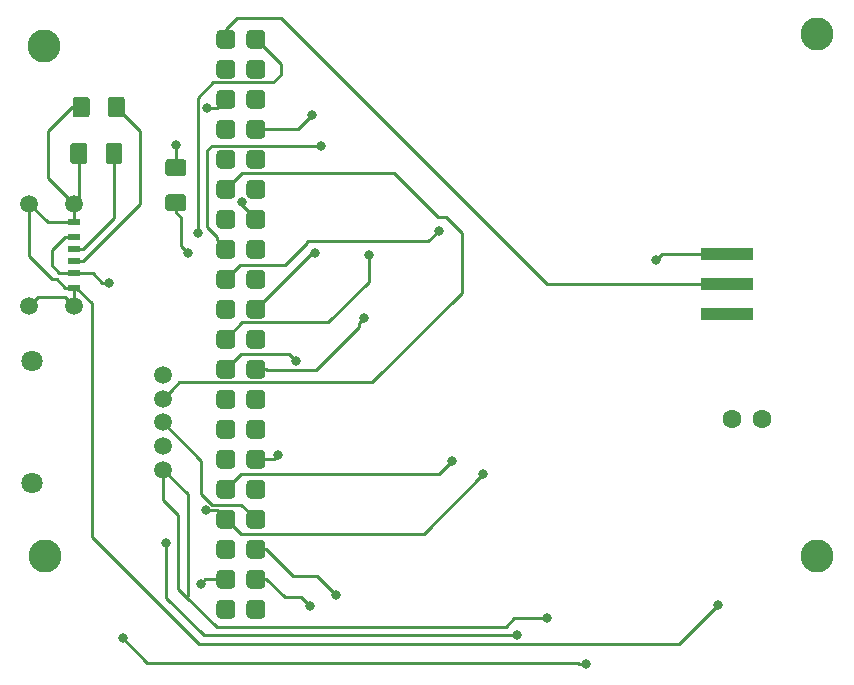
<source format=gbr>
G04 #@! TF.GenerationSoftware,KiCad,Pcbnew,5.0.2+dfsg1-1~bpo9+1*
G04 #@! TF.CreationDate,2020-11-02T20:14:28+00:00*
G04 #@! TF.ProjectId,gbc_outline_screen_new,6762635f-6f75-4746-9c69-6e655f736372,rev?*
G04 #@! TF.SameCoordinates,Original*
G04 #@! TF.FileFunction,Copper,L2,Bot*
G04 #@! TF.FilePolarity,Positive*
%FSLAX46Y46*%
G04 Gerber Fmt 4.6, Leading zero omitted, Abs format (unit mm)*
G04 Created by KiCad (PCBNEW 5.0.2+dfsg1-1~bpo9+1) date Mon 02 Nov 2020 20:14:28 GMT*
%MOMM*%
%LPD*%
G01*
G04 APERTURE LIST*
G04 #@! TA.AperFunction,Conductor*
%ADD10C,0.100000*%
G04 #@! TD*
G04 #@! TA.AperFunction,SMDPad,CuDef*
%ADD11C,1.600000*%
G04 #@! TD*
G04 #@! TA.AperFunction,SMDPad,CuDef*
%ADD12C,1.425000*%
G04 #@! TD*
G04 #@! TA.AperFunction,ComponentPad*
%ADD13C,2.800000*%
G04 #@! TD*
G04 #@! TA.AperFunction,SMDPad,CuDef*
%ADD14R,4.500000X1.000000*%
G04 #@! TD*
G04 #@! TA.AperFunction,ComponentPad*
%ADD15C,1.500000*%
G04 #@! TD*
G04 #@! TA.AperFunction,ComponentPad*
%ADD16C,1.800000*%
G04 #@! TD*
G04 #@! TA.AperFunction,ComponentPad*
%ADD17C,1.600000*%
G04 #@! TD*
G04 #@! TA.AperFunction,SMDPad,CuDef*
%ADD18R,1.000000X0.520000*%
G04 #@! TD*
G04 #@! TA.AperFunction,SMDPad,CuDef*
%ADD19R,1.000000X0.600000*%
G04 #@! TD*
G04 #@! TA.AperFunction,ViaPad*
%ADD20C,0.800000*%
G04 #@! TD*
G04 #@! TA.AperFunction,Conductor*
%ADD21C,0.250000*%
G04 #@! TD*
G04 APERTURE END LIST*
D10*
G04 #@! TO.N,Net-(J1-Pad1)*
G04 #@! TO.C,J1*
G36*
X134602007Y-61589406D02*
X134640836Y-61595166D01*
X134678914Y-61604704D01*
X134715873Y-61617928D01*
X134751359Y-61634711D01*
X134785028Y-61654892D01*
X134816557Y-61678276D01*
X134845643Y-61704637D01*
X134872004Y-61733723D01*
X134895388Y-61765252D01*
X134915569Y-61798921D01*
X134932352Y-61834407D01*
X134945576Y-61871366D01*
X134955114Y-61909444D01*
X134960874Y-61948273D01*
X134962800Y-61987480D01*
X134962800Y-62787480D01*
X134960874Y-62826687D01*
X134955114Y-62865516D01*
X134945576Y-62903594D01*
X134932352Y-62940553D01*
X134915569Y-62976039D01*
X134895388Y-63009708D01*
X134872004Y-63041237D01*
X134845643Y-63070323D01*
X134816557Y-63096684D01*
X134785028Y-63120068D01*
X134751359Y-63140249D01*
X134715873Y-63157032D01*
X134678914Y-63170256D01*
X134640836Y-63179794D01*
X134602007Y-63185554D01*
X134562800Y-63187480D01*
X133762800Y-63187480D01*
X133723593Y-63185554D01*
X133684764Y-63179794D01*
X133646686Y-63170256D01*
X133609727Y-63157032D01*
X133574241Y-63140249D01*
X133540572Y-63120068D01*
X133509043Y-63096684D01*
X133479957Y-63070323D01*
X133453596Y-63041237D01*
X133430212Y-63009708D01*
X133410031Y-62976039D01*
X133393248Y-62940553D01*
X133380024Y-62903594D01*
X133370486Y-62865516D01*
X133364726Y-62826687D01*
X133362800Y-62787480D01*
X133362800Y-61987480D01*
X133364726Y-61948273D01*
X133370486Y-61909444D01*
X133380024Y-61871366D01*
X133393248Y-61834407D01*
X133410031Y-61798921D01*
X133430212Y-61765252D01*
X133453596Y-61733723D01*
X133479957Y-61704637D01*
X133509043Y-61678276D01*
X133540572Y-61654892D01*
X133574241Y-61634711D01*
X133609727Y-61617928D01*
X133646686Y-61604704D01*
X133684764Y-61595166D01*
X133723593Y-61589406D01*
X133762800Y-61587480D01*
X134562800Y-61587480D01*
X134602007Y-61589406D01*
X134602007Y-61589406D01*
G37*
D11*
G04 #@! TD*
G04 #@! TO.P,J1,1*
G04 #@! TO.N,Net-(J1-Pad1)*
X134162800Y-62387480D03*
D10*
G04 #@! TO.N,Net-(J1-Pad2)*
G04 #@! TO.C,J1*
G36*
X132062007Y-61589406D02*
X132100836Y-61595166D01*
X132138914Y-61604704D01*
X132175873Y-61617928D01*
X132211359Y-61634711D01*
X132245028Y-61654892D01*
X132276557Y-61678276D01*
X132305643Y-61704637D01*
X132332004Y-61733723D01*
X132355388Y-61765252D01*
X132375569Y-61798921D01*
X132392352Y-61834407D01*
X132405576Y-61871366D01*
X132415114Y-61909444D01*
X132420874Y-61948273D01*
X132422800Y-61987480D01*
X132422800Y-62787480D01*
X132420874Y-62826687D01*
X132415114Y-62865516D01*
X132405576Y-62903594D01*
X132392352Y-62940553D01*
X132375569Y-62976039D01*
X132355388Y-63009708D01*
X132332004Y-63041237D01*
X132305643Y-63070323D01*
X132276557Y-63096684D01*
X132245028Y-63120068D01*
X132211359Y-63140249D01*
X132175873Y-63157032D01*
X132138914Y-63170256D01*
X132100836Y-63179794D01*
X132062007Y-63185554D01*
X132022800Y-63187480D01*
X131222800Y-63187480D01*
X131183593Y-63185554D01*
X131144764Y-63179794D01*
X131106686Y-63170256D01*
X131069727Y-63157032D01*
X131034241Y-63140249D01*
X131000572Y-63120068D01*
X130969043Y-63096684D01*
X130939957Y-63070323D01*
X130913596Y-63041237D01*
X130890212Y-63009708D01*
X130870031Y-62976039D01*
X130853248Y-62940553D01*
X130840024Y-62903594D01*
X130830486Y-62865516D01*
X130824726Y-62826687D01*
X130822800Y-62787480D01*
X130822800Y-61987480D01*
X130824726Y-61948273D01*
X130830486Y-61909444D01*
X130840024Y-61871366D01*
X130853248Y-61834407D01*
X130870031Y-61798921D01*
X130890212Y-61765252D01*
X130913596Y-61733723D01*
X130939957Y-61704637D01*
X130969043Y-61678276D01*
X131000572Y-61654892D01*
X131034241Y-61634711D01*
X131069727Y-61617928D01*
X131106686Y-61604704D01*
X131144764Y-61595166D01*
X131183593Y-61589406D01*
X131222800Y-61587480D01*
X132022800Y-61587480D01*
X132062007Y-61589406D01*
X132062007Y-61589406D01*
G37*
D11*
G04 #@! TD*
G04 #@! TO.P,J1,2*
G04 #@! TO.N,Net-(J1-Pad2)*
X131622800Y-62387480D03*
D10*
G04 #@! TO.N,Net-(J1-Pad3)*
G04 #@! TO.C,J1*
G36*
X134602007Y-64129406D02*
X134640836Y-64135166D01*
X134678914Y-64144704D01*
X134715873Y-64157928D01*
X134751359Y-64174711D01*
X134785028Y-64194892D01*
X134816557Y-64218276D01*
X134845643Y-64244637D01*
X134872004Y-64273723D01*
X134895388Y-64305252D01*
X134915569Y-64338921D01*
X134932352Y-64374407D01*
X134945576Y-64411366D01*
X134955114Y-64449444D01*
X134960874Y-64488273D01*
X134962800Y-64527480D01*
X134962800Y-65327480D01*
X134960874Y-65366687D01*
X134955114Y-65405516D01*
X134945576Y-65443594D01*
X134932352Y-65480553D01*
X134915569Y-65516039D01*
X134895388Y-65549708D01*
X134872004Y-65581237D01*
X134845643Y-65610323D01*
X134816557Y-65636684D01*
X134785028Y-65660068D01*
X134751359Y-65680249D01*
X134715873Y-65697032D01*
X134678914Y-65710256D01*
X134640836Y-65719794D01*
X134602007Y-65725554D01*
X134562800Y-65727480D01*
X133762800Y-65727480D01*
X133723593Y-65725554D01*
X133684764Y-65719794D01*
X133646686Y-65710256D01*
X133609727Y-65697032D01*
X133574241Y-65680249D01*
X133540572Y-65660068D01*
X133509043Y-65636684D01*
X133479957Y-65610323D01*
X133453596Y-65581237D01*
X133430212Y-65549708D01*
X133410031Y-65516039D01*
X133393248Y-65480553D01*
X133380024Y-65443594D01*
X133370486Y-65405516D01*
X133364726Y-65366687D01*
X133362800Y-65327480D01*
X133362800Y-64527480D01*
X133364726Y-64488273D01*
X133370486Y-64449444D01*
X133380024Y-64411366D01*
X133393248Y-64374407D01*
X133410031Y-64338921D01*
X133430212Y-64305252D01*
X133453596Y-64273723D01*
X133479957Y-64244637D01*
X133509043Y-64218276D01*
X133540572Y-64194892D01*
X133574241Y-64174711D01*
X133609727Y-64157928D01*
X133646686Y-64144704D01*
X133684764Y-64135166D01*
X133723593Y-64129406D01*
X133762800Y-64127480D01*
X134562800Y-64127480D01*
X134602007Y-64129406D01*
X134602007Y-64129406D01*
G37*
D11*
G04 #@! TD*
G04 #@! TO.P,J1,3*
G04 #@! TO.N,Net-(J1-Pad3)*
X134162800Y-64927480D03*
D10*
G04 #@! TO.N,Net-(J1-Pad4)*
G04 #@! TO.C,J1*
G36*
X132062007Y-64129406D02*
X132100836Y-64135166D01*
X132138914Y-64144704D01*
X132175873Y-64157928D01*
X132211359Y-64174711D01*
X132245028Y-64194892D01*
X132276557Y-64218276D01*
X132305643Y-64244637D01*
X132332004Y-64273723D01*
X132355388Y-64305252D01*
X132375569Y-64338921D01*
X132392352Y-64374407D01*
X132405576Y-64411366D01*
X132415114Y-64449444D01*
X132420874Y-64488273D01*
X132422800Y-64527480D01*
X132422800Y-65327480D01*
X132420874Y-65366687D01*
X132415114Y-65405516D01*
X132405576Y-65443594D01*
X132392352Y-65480553D01*
X132375569Y-65516039D01*
X132355388Y-65549708D01*
X132332004Y-65581237D01*
X132305643Y-65610323D01*
X132276557Y-65636684D01*
X132245028Y-65660068D01*
X132211359Y-65680249D01*
X132175873Y-65697032D01*
X132138914Y-65710256D01*
X132100836Y-65719794D01*
X132062007Y-65725554D01*
X132022800Y-65727480D01*
X131222800Y-65727480D01*
X131183593Y-65725554D01*
X131144764Y-65719794D01*
X131106686Y-65710256D01*
X131069727Y-65697032D01*
X131034241Y-65680249D01*
X131000572Y-65660068D01*
X130969043Y-65636684D01*
X130939957Y-65610323D01*
X130913596Y-65581237D01*
X130890212Y-65549708D01*
X130870031Y-65516039D01*
X130853248Y-65480553D01*
X130840024Y-65443594D01*
X130830486Y-65405516D01*
X130824726Y-65366687D01*
X130822800Y-65327480D01*
X130822800Y-64527480D01*
X130824726Y-64488273D01*
X130830486Y-64449444D01*
X130840024Y-64411366D01*
X130853248Y-64374407D01*
X130870031Y-64338921D01*
X130890212Y-64305252D01*
X130913596Y-64273723D01*
X130939957Y-64244637D01*
X130969043Y-64218276D01*
X131000572Y-64194892D01*
X131034241Y-64174711D01*
X131069727Y-64157928D01*
X131106686Y-64144704D01*
X131144764Y-64135166D01*
X131183593Y-64129406D01*
X131222800Y-64127480D01*
X132022800Y-64127480D01*
X132062007Y-64129406D01*
X132062007Y-64129406D01*
G37*
D11*
G04 #@! TD*
G04 #@! TO.P,J1,4*
G04 #@! TO.N,Net-(J1-Pad4)*
X131622800Y-64927480D03*
D10*
G04 #@! TO.N,Net-(J1-Pad5)*
G04 #@! TO.C,J1*
G36*
X134602007Y-66669406D02*
X134640836Y-66675166D01*
X134678914Y-66684704D01*
X134715873Y-66697928D01*
X134751359Y-66714711D01*
X134785028Y-66734892D01*
X134816557Y-66758276D01*
X134845643Y-66784637D01*
X134872004Y-66813723D01*
X134895388Y-66845252D01*
X134915569Y-66878921D01*
X134932352Y-66914407D01*
X134945576Y-66951366D01*
X134955114Y-66989444D01*
X134960874Y-67028273D01*
X134962800Y-67067480D01*
X134962800Y-67867480D01*
X134960874Y-67906687D01*
X134955114Y-67945516D01*
X134945576Y-67983594D01*
X134932352Y-68020553D01*
X134915569Y-68056039D01*
X134895388Y-68089708D01*
X134872004Y-68121237D01*
X134845643Y-68150323D01*
X134816557Y-68176684D01*
X134785028Y-68200068D01*
X134751359Y-68220249D01*
X134715873Y-68237032D01*
X134678914Y-68250256D01*
X134640836Y-68259794D01*
X134602007Y-68265554D01*
X134562800Y-68267480D01*
X133762800Y-68267480D01*
X133723593Y-68265554D01*
X133684764Y-68259794D01*
X133646686Y-68250256D01*
X133609727Y-68237032D01*
X133574241Y-68220249D01*
X133540572Y-68200068D01*
X133509043Y-68176684D01*
X133479957Y-68150323D01*
X133453596Y-68121237D01*
X133430212Y-68089708D01*
X133410031Y-68056039D01*
X133393248Y-68020553D01*
X133380024Y-67983594D01*
X133370486Y-67945516D01*
X133364726Y-67906687D01*
X133362800Y-67867480D01*
X133362800Y-67067480D01*
X133364726Y-67028273D01*
X133370486Y-66989444D01*
X133380024Y-66951366D01*
X133393248Y-66914407D01*
X133410031Y-66878921D01*
X133430212Y-66845252D01*
X133453596Y-66813723D01*
X133479957Y-66784637D01*
X133509043Y-66758276D01*
X133540572Y-66734892D01*
X133574241Y-66714711D01*
X133609727Y-66697928D01*
X133646686Y-66684704D01*
X133684764Y-66675166D01*
X133723593Y-66669406D01*
X133762800Y-66667480D01*
X134562800Y-66667480D01*
X134602007Y-66669406D01*
X134602007Y-66669406D01*
G37*
D11*
G04 #@! TD*
G04 #@! TO.P,J1,5*
G04 #@! TO.N,Net-(J1-Pad5)*
X134162800Y-67467480D03*
D10*
G04 #@! TO.N,Net-(J1-Pad34)*
G04 #@! TO.C,J1*
G36*
X132062007Y-66669406D02*
X132100836Y-66675166D01*
X132138914Y-66684704D01*
X132175873Y-66697928D01*
X132211359Y-66714711D01*
X132245028Y-66734892D01*
X132276557Y-66758276D01*
X132305643Y-66784637D01*
X132332004Y-66813723D01*
X132355388Y-66845252D01*
X132375569Y-66878921D01*
X132392352Y-66914407D01*
X132405576Y-66951366D01*
X132415114Y-66989444D01*
X132420874Y-67028273D01*
X132422800Y-67067480D01*
X132422800Y-67867480D01*
X132420874Y-67906687D01*
X132415114Y-67945516D01*
X132405576Y-67983594D01*
X132392352Y-68020553D01*
X132375569Y-68056039D01*
X132355388Y-68089708D01*
X132332004Y-68121237D01*
X132305643Y-68150323D01*
X132276557Y-68176684D01*
X132245028Y-68200068D01*
X132211359Y-68220249D01*
X132175873Y-68237032D01*
X132138914Y-68250256D01*
X132100836Y-68259794D01*
X132062007Y-68265554D01*
X132022800Y-68267480D01*
X131222800Y-68267480D01*
X131183593Y-68265554D01*
X131144764Y-68259794D01*
X131106686Y-68250256D01*
X131069727Y-68237032D01*
X131034241Y-68220249D01*
X131000572Y-68200068D01*
X130969043Y-68176684D01*
X130939957Y-68150323D01*
X130913596Y-68121237D01*
X130890212Y-68089708D01*
X130870031Y-68056039D01*
X130853248Y-68020553D01*
X130840024Y-67983594D01*
X130830486Y-67945516D01*
X130824726Y-67906687D01*
X130822800Y-67867480D01*
X130822800Y-67067480D01*
X130824726Y-67028273D01*
X130830486Y-66989444D01*
X130840024Y-66951366D01*
X130853248Y-66914407D01*
X130870031Y-66878921D01*
X130890212Y-66845252D01*
X130913596Y-66813723D01*
X130939957Y-66784637D01*
X130969043Y-66758276D01*
X131000572Y-66734892D01*
X131034241Y-66714711D01*
X131069727Y-66697928D01*
X131106686Y-66684704D01*
X131144764Y-66675166D01*
X131183593Y-66669406D01*
X131222800Y-66667480D01*
X132022800Y-66667480D01*
X132062007Y-66669406D01*
X132062007Y-66669406D01*
G37*
D11*
G04 #@! TD*
G04 #@! TO.P,J1,6*
G04 #@! TO.N,Net-(J1-Pad34)*
X131622800Y-67467480D03*
D10*
G04 #@! TO.N,Net-(J1-Pad7)*
G04 #@! TO.C,J1*
G36*
X134602007Y-69209406D02*
X134640836Y-69215166D01*
X134678914Y-69224704D01*
X134715873Y-69237928D01*
X134751359Y-69254711D01*
X134785028Y-69274892D01*
X134816557Y-69298276D01*
X134845643Y-69324637D01*
X134872004Y-69353723D01*
X134895388Y-69385252D01*
X134915569Y-69418921D01*
X134932352Y-69454407D01*
X134945576Y-69491366D01*
X134955114Y-69529444D01*
X134960874Y-69568273D01*
X134962800Y-69607480D01*
X134962800Y-70407480D01*
X134960874Y-70446687D01*
X134955114Y-70485516D01*
X134945576Y-70523594D01*
X134932352Y-70560553D01*
X134915569Y-70596039D01*
X134895388Y-70629708D01*
X134872004Y-70661237D01*
X134845643Y-70690323D01*
X134816557Y-70716684D01*
X134785028Y-70740068D01*
X134751359Y-70760249D01*
X134715873Y-70777032D01*
X134678914Y-70790256D01*
X134640836Y-70799794D01*
X134602007Y-70805554D01*
X134562800Y-70807480D01*
X133762800Y-70807480D01*
X133723593Y-70805554D01*
X133684764Y-70799794D01*
X133646686Y-70790256D01*
X133609727Y-70777032D01*
X133574241Y-70760249D01*
X133540572Y-70740068D01*
X133509043Y-70716684D01*
X133479957Y-70690323D01*
X133453596Y-70661237D01*
X133430212Y-70629708D01*
X133410031Y-70596039D01*
X133393248Y-70560553D01*
X133380024Y-70523594D01*
X133370486Y-70485516D01*
X133364726Y-70446687D01*
X133362800Y-70407480D01*
X133362800Y-69607480D01*
X133364726Y-69568273D01*
X133370486Y-69529444D01*
X133380024Y-69491366D01*
X133393248Y-69454407D01*
X133410031Y-69418921D01*
X133430212Y-69385252D01*
X133453596Y-69353723D01*
X133479957Y-69324637D01*
X133509043Y-69298276D01*
X133540572Y-69274892D01*
X133574241Y-69254711D01*
X133609727Y-69237928D01*
X133646686Y-69224704D01*
X133684764Y-69215166D01*
X133723593Y-69209406D01*
X133762800Y-69207480D01*
X134562800Y-69207480D01*
X134602007Y-69209406D01*
X134602007Y-69209406D01*
G37*
D11*
G04 #@! TD*
G04 #@! TO.P,J1,7*
G04 #@! TO.N,Net-(J1-Pad7)*
X134162800Y-70007480D03*
D10*
G04 #@! TO.N,Net-(J1-Pad8)*
G04 #@! TO.C,J1*
G36*
X132062007Y-69209406D02*
X132100836Y-69215166D01*
X132138914Y-69224704D01*
X132175873Y-69237928D01*
X132211359Y-69254711D01*
X132245028Y-69274892D01*
X132276557Y-69298276D01*
X132305643Y-69324637D01*
X132332004Y-69353723D01*
X132355388Y-69385252D01*
X132375569Y-69418921D01*
X132392352Y-69454407D01*
X132405576Y-69491366D01*
X132415114Y-69529444D01*
X132420874Y-69568273D01*
X132422800Y-69607480D01*
X132422800Y-70407480D01*
X132420874Y-70446687D01*
X132415114Y-70485516D01*
X132405576Y-70523594D01*
X132392352Y-70560553D01*
X132375569Y-70596039D01*
X132355388Y-70629708D01*
X132332004Y-70661237D01*
X132305643Y-70690323D01*
X132276557Y-70716684D01*
X132245028Y-70740068D01*
X132211359Y-70760249D01*
X132175873Y-70777032D01*
X132138914Y-70790256D01*
X132100836Y-70799794D01*
X132062007Y-70805554D01*
X132022800Y-70807480D01*
X131222800Y-70807480D01*
X131183593Y-70805554D01*
X131144764Y-70799794D01*
X131106686Y-70790256D01*
X131069727Y-70777032D01*
X131034241Y-70760249D01*
X131000572Y-70740068D01*
X130969043Y-70716684D01*
X130939957Y-70690323D01*
X130913596Y-70661237D01*
X130890212Y-70629708D01*
X130870031Y-70596039D01*
X130853248Y-70560553D01*
X130840024Y-70523594D01*
X130830486Y-70485516D01*
X130824726Y-70446687D01*
X130822800Y-70407480D01*
X130822800Y-69607480D01*
X130824726Y-69568273D01*
X130830486Y-69529444D01*
X130840024Y-69491366D01*
X130853248Y-69454407D01*
X130870031Y-69418921D01*
X130890212Y-69385252D01*
X130913596Y-69353723D01*
X130939957Y-69324637D01*
X130969043Y-69298276D01*
X131000572Y-69274892D01*
X131034241Y-69254711D01*
X131069727Y-69237928D01*
X131106686Y-69224704D01*
X131144764Y-69215166D01*
X131183593Y-69209406D01*
X131222800Y-69207480D01*
X132022800Y-69207480D01*
X132062007Y-69209406D01*
X132062007Y-69209406D01*
G37*
D11*
G04 #@! TD*
G04 #@! TO.P,J1,8*
G04 #@! TO.N,Net-(J1-Pad8)*
X131622800Y-70007480D03*
D10*
G04 #@! TO.N,Net-(J1-Pad9)*
G04 #@! TO.C,J1*
G36*
X134602007Y-71749406D02*
X134640836Y-71755166D01*
X134678914Y-71764704D01*
X134715873Y-71777928D01*
X134751359Y-71794711D01*
X134785028Y-71814892D01*
X134816557Y-71838276D01*
X134845643Y-71864637D01*
X134872004Y-71893723D01*
X134895388Y-71925252D01*
X134915569Y-71958921D01*
X134932352Y-71994407D01*
X134945576Y-72031366D01*
X134955114Y-72069444D01*
X134960874Y-72108273D01*
X134962800Y-72147480D01*
X134962800Y-72947480D01*
X134960874Y-72986687D01*
X134955114Y-73025516D01*
X134945576Y-73063594D01*
X134932352Y-73100553D01*
X134915569Y-73136039D01*
X134895388Y-73169708D01*
X134872004Y-73201237D01*
X134845643Y-73230323D01*
X134816557Y-73256684D01*
X134785028Y-73280068D01*
X134751359Y-73300249D01*
X134715873Y-73317032D01*
X134678914Y-73330256D01*
X134640836Y-73339794D01*
X134602007Y-73345554D01*
X134562800Y-73347480D01*
X133762800Y-73347480D01*
X133723593Y-73345554D01*
X133684764Y-73339794D01*
X133646686Y-73330256D01*
X133609727Y-73317032D01*
X133574241Y-73300249D01*
X133540572Y-73280068D01*
X133509043Y-73256684D01*
X133479957Y-73230323D01*
X133453596Y-73201237D01*
X133430212Y-73169708D01*
X133410031Y-73136039D01*
X133393248Y-73100553D01*
X133380024Y-73063594D01*
X133370486Y-73025516D01*
X133364726Y-72986687D01*
X133362800Y-72947480D01*
X133362800Y-72147480D01*
X133364726Y-72108273D01*
X133370486Y-72069444D01*
X133380024Y-72031366D01*
X133393248Y-71994407D01*
X133410031Y-71958921D01*
X133430212Y-71925252D01*
X133453596Y-71893723D01*
X133479957Y-71864637D01*
X133509043Y-71838276D01*
X133540572Y-71814892D01*
X133574241Y-71794711D01*
X133609727Y-71777928D01*
X133646686Y-71764704D01*
X133684764Y-71755166D01*
X133723593Y-71749406D01*
X133762800Y-71747480D01*
X134562800Y-71747480D01*
X134602007Y-71749406D01*
X134602007Y-71749406D01*
G37*
D11*
G04 #@! TD*
G04 #@! TO.P,J1,9*
G04 #@! TO.N,Net-(J1-Pad9)*
X134162800Y-72547480D03*
D10*
G04 #@! TO.N,Net-(J1-Pad10)*
G04 #@! TO.C,J1*
G36*
X132062007Y-71749406D02*
X132100836Y-71755166D01*
X132138914Y-71764704D01*
X132175873Y-71777928D01*
X132211359Y-71794711D01*
X132245028Y-71814892D01*
X132276557Y-71838276D01*
X132305643Y-71864637D01*
X132332004Y-71893723D01*
X132355388Y-71925252D01*
X132375569Y-71958921D01*
X132392352Y-71994407D01*
X132405576Y-72031366D01*
X132415114Y-72069444D01*
X132420874Y-72108273D01*
X132422800Y-72147480D01*
X132422800Y-72947480D01*
X132420874Y-72986687D01*
X132415114Y-73025516D01*
X132405576Y-73063594D01*
X132392352Y-73100553D01*
X132375569Y-73136039D01*
X132355388Y-73169708D01*
X132332004Y-73201237D01*
X132305643Y-73230323D01*
X132276557Y-73256684D01*
X132245028Y-73280068D01*
X132211359Y-73300249D01*
X132175873Y-73317032D01*
X132138914Y-73330256D01*
X132100836Y-73339794D01*
X132062007Y-73345554D01*
X132022800Y-73347480D01*
X131222800Y-73347480D01*
X131183593Y-73345554D01*
X131144764Y-73339794D01*
X131106686Y-73330256D01*
X131069727Y-73317032D01*
X131034241Y-73300249D01*
X131000572Y-73280068D01*
X130969043Y-73256684D01*
X130939957Y-73230323D01*
X130913596Y-73201237D01*
X130890212Y-73169708D01*
X130870031Y-73136039D01*
X130853248Y-73100553D01*
X130840024Y-73063594D01*
X130830486Y-73025516D01*
X130824726Y-72986687D01*
X130822800Y-72947480D01*
X130822800Y-72147480D01*
X130824726Y-72108273D01*
X130830486Y-72069444D01*
X130840024Y-72031366D01*
X130853248Y-71994407D01*
X130870031Y-71958921D01*
X130890212Y-71925252D01*
X130913596Y-71893723D01*
X130939957Y-71864637D01*
X130969043Y-71838276D01*
X131000572Y-71814892D01*
X131034241Y-71794711D01*
X131069727Y-71777928D01*
X131106686Y-71764704D01*
X131144764Y-71755166D01*
X131183593Y-71749406D01*
X131222800Y-71747480D01*
X132022800Y-71747480D01*
X132062007Y-71749406D01*
X132062007Y-71749406D01*
G37*
D11*
G04 #@! TD*
G04 #@! TO.P,J1,10*
G04 #@! TO.N,Net-(J1-Pad10)*
X131622800Y-72547480D03*
D10*
G04 #@! TO.N,Net-(J1-Pad11)*
G04 #@! TO.C,J1*
G36*
X134602007Y-74289406D02*
X134640836Y-74295166D01*
X134678914Y-74304704D01*
X134715873Y-74317928D01*
X134751359Y-74334711D01*
X134785028Y-74354892D01*
X134816557Y-74378276D01*
X134845643Y-74404637D01*
X134872004Y-74433723D01*
X134895388Y-74465252D01*
X134915569Y-74498921D01*
X134932352Y-74534407D01*
X134945576Y-74571366D01*
X134955114Y-74609444D01*
X134960874Y-74648273D01*
X134962800Y-74687480D01*
X134962800Y-75487480D01*
X134960874Y-75526687D01*
X134955114Y-75565516D01*
X134945576Y-75603594D01*
X134932352Y-75640553D01*
X134915569Y-75676039D01*
X134895388Y-75709708D01*
X134872004Y-75741237D01*
X134845643Y-75770323D01*
X134816557Y-75796684D01*
X134785028Y-75820068D01*
X134751359Y-75840249D01*
X134715873Y-75857032D01*
X134678914Y-75870256D01*
X134640836Y-75879794D01*
X134602007Y-75885554D01*
X134562800Y-75887480D01*
X133762800Y-75887480D01*
X133723593Y-75885554D01*
X133684764Y-75879794D01*
X133646686Y-75870256D01*
X133609727Y-75857032D01*
X133574241Y-75840249D01*
X133540572Y-75820068D01*
X133509043Y-75796684D01*
X133479957Y-75770323D01*
X133453596Y-75741237D01*
X133430212Y-75709708D01*
X133410031Y-75676039D01*
X133393248Y-75640553D01*
X133380024Y-75603594D01*
X133370486Y-75565516D01*
X133364726Y-75526687D01*
X133362800Y-75487480D01*
X133362800Y-74687480D01*
X133364726Y-74648273D01*
X133370486Y-74609444D01*
X133380024Y-74571366D01*
X133393248Y-74534407D01*
X133410031Y-74498921D01*
X133430212Y-74465252D01*
X133453596Y-74433723D01*
X133479957Y-74404637D01*
X133509043Y-74378276D01*
X133540572Y-74354892D01*
X133574241Y-74334711D01*
X133609727Y-74317928D01*
X133646686Y-74304704D01*
X133684764Y-74295166D01*
X133723593Y-74289406D01*
X133762800Y-74287480D01*
X134562800Y-74287480D01*
X134602007Y-74289406D01*
X134602007Y-74289406D01*
G37*
D11*
G04 #@! TD*
G04 #@! TO.P,J1,11*
G04 #@! TO.N,Net-(J1-Pad11)*
X134162800Y-75087480D03*
D10*
G04 #@! TO.N,Net-(J1-Pad12)*
G04 #@! TO.C,J1*
G36*
X132062007Y-74289406D02*
X132100836Y-74295166D01*
X132138914Y-74304704D01*
X132175873Y-74317928D01*
X132211359Y-74334711D01*
X132245028Y-74354892D01*
X132276557Y-74378276D01*
X132305643Y-74404637D01*
X132332004Y-74433723D01*
X132355388Y-74465252D01*
X132375569Y-74498921D01*
X132392352Y-74534407D01*
X132405576Y-74571366D01*
X132415114Y-74609444D01*
X132420874Y-74648273D01*
X132422800Y-74687480D01*
X132422800Y-75487480D01*
X132420874Y-75526687D01*
X132415114Y-75565516D01*
X132405576Y-75603594D01*
X132392352Y-75640553D01*
X132375569Y-75676039D01*
X132355388Y-75709708D01*
X132332004Y-75741237D01*
X132305643Y-75770323D01*
X132276557Y-75796684D01*
X132245028Y-75820068D01*
X132211359Y-75840249D01*
X132175873Y-75857032D01*
X132138914Y-75870256D01*
X132100836Y-75879794D01*
X132062007Y-75885554D01*
X132022800Y-75887480D01*
X131222800Y-75887480D01*
X131183593Y-75885554D01*
X131144764Y-75879794D01*
X131106686Y-75870256D01*
X131069727Y-75857032D01*
X131034241Y-75840249D01*
X131000572Y-75820068D01*
X130969043Y-75796684D01*
X130939957Y-75770323D01*
X130913596Y-75741237D01*
X130890212Y-75709708D01*
X130870031Y-75676039D01*
X130853248Y-75640553D01*
X130840024Y-75603594D01*
X130830486Y-75565516D01*
X130824726Y-75526687D01*
X130822800Y-75487480D01*
X130822800Y-74687480D01*
X130824726Y-74648273D01*
X130830486Y-74609444D01*
X130840024Y-74571366D01*
X130853248Y-74534407D01*
X130870031Y-74498921D01*
X130890212Y-74465252D01*
X130913596Y-74433723D01*
X130939957Y-74404637D01*
X130969043Y-74378276D01*
X131000572Y-74354892D01*
X131034241Y-74334711D01*
X131069727Y-74317928D01*
X131106686Y-74304704D01*
X131144764Y-74295166D01*
X131183593Y-74289406D01*
X131222800Y-74287480D01*
X132022800Y-74287480D01*
X132062007Y-74289406D01*
X132062007Y-74289406D01*
G37*
D11*
G04 #@! TD*
G04 #@! TO.P,J1,12*
G04 #@! TO.N,Net-(J1-Pad12)*
X131622800Y-75087480D03*
D10*
G04 #@! TO.N,Net-(J1-Pad13)*
G04 #@! TO.C,J1*
G36*
X134602007Y-76829406D02*
X134640836Y-76835166D01*
X134678914Y-76844704D01*
X134715873Y-76857928D01*
X134751359Y-76874711D01*
X134785028Y-76894892D01*
X134816557Y-76918276D01*
X134845643Y-76944637D01*
X134872004Y-76973723D01*
X134895388Y-77005252D01*
X134915569Y-77038921D01*
X134932352Y-77074407D01*
X134945576Y-77111366D01*
X134955114Y-77149444D01*
X134960874Y-77188273D01*
X134962800Y-77227480D01*
X134962800Y-78027480D01*
X134960874Y-78066687D01*
X134955114Y-78105516D01*
X134945576Y-78143594D01*
X134932352Y-78180553D01*
X134915569Y-78216039D01*
X134895388Y-78249708D01*
X134872004Y-78281237D01*
X134845643Y-78310323D01*
X134816557Y-78336684D01*
X134785028Y-78360068D01*
X134751359Y-78380249D01*
X134715873Y-78397032D01*
X134678914Y-78410256D01*
X134640836Y-78419794D01*
X134602007Y-78425554D01*
X134562800Y-78427480D01*
X133762800Y-78427480D01*
X133723593Y-78425554D01*
X133684764Y-78419794D01*
X133646686Y-78410256D01*
X133609727Y-78397032D01*
X133574241Y-78380249D01*
X133540572Y-78360068D01*
X133509043Y-78336684D01*
X133479957Y-78310323D01*
X133453596Y-78281237D01*
X133430212Y-78249708D01*
X133410031Y-78216039D01*
X133393248Y-78180553D01*
X133380024Y-78143594D01*
X133370486Y-78105516D01*
X133364726Y-78066687D01*
X133362800Y-78027480D01*
X133362800Y-77227480D01*
X133364726Y-77188273D01*
X133370486Y-77149444D01*
X133380024Y-77111366D01*
X133393248Y-77074407D01*
X133410031Y-77038921D01*
X133430212Y-77005252D01*
X133453596Y-76973723D01*
X133479957Y-76944637D01*
X133509043Y-76918276D01*
X133540572Y-76894892D01*
X133574241Y-76874711D01*
X133609727Y-76857928D01*
X133646686Y-76844704D01*
X133684764Y-76835166D01*
X133723593Y-76829406D01*
X133762800Y-76827480D01*
X134562800Y-76827480D01*
X134602007Y-76829406D01*
X134602007Y-76829406D01*
G37*
D11*
G04 #@! TD*
G04 #@! TO.P,J1,13*
G04 #@! TO.N,Net-(J1-Pad13)*
X134162800Y-77627480D03*
D10*
G04 #@! TO.N,Net-(J1-Pad14)*
G04 #@! TO.C,J1*
G36*
X132062007Y-76829406D02*
X132100836Y-76835166D01*
X132138914Y-76844704D01*
X132175873Y-76857928D01*
X132211359Y-76874711D01*
X132245028Y-76894892D01*
X132276557Y-76918276D01*
X132305643Y-76944637D01*
X132332004Y-76973723D01*
X132355388Y-77005252D01*
X132375569Y-77038921D01*
X132392352Y-77074407D01*
X132405576Y-77111366D01*
X132415114Y-77149444D01*
X132420874Y-77188273D01*
X132422800Y-77227480D01*
X132422800Y-78027480D01*
X132420874Y-78066687D01*
X132415114Y-78105516D01*
X132405576Y-78143594D01*
X132392352Y-78180553D01*
X132375569Y-78216039D01*
X132355388Y-78249708D01*
X132332004Y-78281237D01*
X132305643Y-78310323D01*
X132276557Y-78336684D01*
X132245028Y-78360068D01*
X132211359Y-78380249D01*
X132175873Y-78397032D01*
X132138914Y-78410256D01*
X132100836Y-78419794D01*
X132062007Y-78425554D01*
X132022800Y-78427480D01*
X131222800Y-78427480D01*
X131183593Y-78425554D01*
X131144764Y-78419794D01*
X131106686Y-78410256D01*
X131069727Y-78397032D01*
X131034241Y-78380249D01*
X131000572Y-78360068D01*
X130969043Y-78336684D01*
X130939957Y-78310323D01*
X130913596Y-78281237D01*
X130890212Y-78249708D01*
X130870031Y-78216039D01*
X130853248Y-78180553D01*
X130840024Y-78143594D01*
X130830486Y-78105516D01*
X130824726Y-78066687D01*
X130822800Y-78027480D01*
X130822800Y-77227480D01*
X130824726Y-77188273D01*
X130830486Y-77149444D01*
X130840024Y-77111366D01*
X130853248Y-77074407D01*
X130870031Y-77038921D01*
X130890212Y-77005252D01*
X130913596Y-76973723D01*
X130939957Y-76944637D01*
X130969043Y-76918276D01*
X131000572Y-76894892D01*
X131034241Y-76874711D01*
X131069727Y-76857928D01*
X131106686Y-76844704D01*
X131144764Y-76835166D01*
X131183593Y-76829406D01*
X131222800Y-76827480D01*
X132022800Y-76827480D01*
X132062007Y-76829406D01*
X132062007Y-76829406D01*
G37*
D11*
G04 #@! TD*
G04 #@! TO.P,J1,14*
G04 #@! TO.N,Net-(J1-Pad14)*
X131622800Y-77627480D03*
D10*
G04 #@! TO.N,Net-(J1-Pad15)*
G04 #@! TO.C,J1*
G36*
X134602007Y-79369406D02*
X134640836Y-79375166D01*
X134678914Y-79384704D01*
X134715873Y-79397928D01*
X134751359Y-79414711D01*
X134785028Y-79434892D01*
X134816557Y-79458276D01*
X134845643Y-79484637D01*
X134872004Y-79513723D01*
X134895388Y-79545252D01*
X134915569Y-79578921D01*
X134932352Y-79614407D01*
X134945576Y-79651366D01*
X134955114Y-79689444D01*
X134960874Y-79728273D01*
X134962800Y-79767480D01*
X134962800Y-80567480D01*
X134960874Y-80606687D01*
X134955114Y-80645516D01*
X134945576Y-80683594D01*
X134932352Y-80720553D01*
X134915569Y-80756039D01*
X134895388Y-80789708D01*
X134872004Y-80821237D01*
X134845643Y-80850323D01*
X134816557Y-80876684D01*
X134785028Y-80900068D01*
X134751359Y-80920249D01*
X134715873Y-80937032D01*
X134678914Y-80950256D01*
X134640836Y-80959794D01*
X134602007Y-80965554D01*
X134562800Y-80967480D01*
X133762800Y-80967480D01*
X133723593Y-80965554D01*
X133684764Y-80959794D01*
X133646686Y-80950256D01*
X133609727Y-80937032D01*
X133574241Y-80920249D01*
X133540572Y-80900068D01*
X133509043Y-80876684D01*
X133479957Y-80850323D01*
X133453596Y-80821237D01*
X133430212Y-80789708D01*
X133410031Y-80756039D01*
X133393248Y-80720553D01*
X133380024Y-80683594D01*
X133370486Y-80645516D01*
X133364726Y-80606687D01*
X133362800Y-80567480D01*
X133362800Y-79767480D01*
X133364726Y-79728273D01*
X133370486Y-79689444D01*
X133380024Y-79651366D01*
X133393248Y-79614407D01*
X133410031Y-79578921D01*
X133430212Y-79545252D01*
X133453596Y-79513723D01*
X133479957Y-79484637D01*
X133509043Y-79458276D01*
X133540572Y-79434892D01*
X133574241Y-79414711D01*
X133609727Y-79397928D01*
X133646686Y-79384704D01*
X133684764Y-79375166D01*
X133723593Y-79369406D01*
X133762800Y-79367480D01*
X134562800Y-79367480D01*
X134602007Y-79369406D01*
X134602007Y-79369406D01*
G37*
D11*
G04 #@! TD*
G04 #@! TO.P,J1,15*
G04 #@! TO.N,Net-(J1-Pad15)*
X134162800Y-80167480D03*
D10*
G04 #@! TO.N,Net-(J1-Pad16)*
G04 #@! TO.C,J1*
G36*
X132062007Y-79369406D02*
X132100836Y-79375166D01*
X132138914Y-79384704D01*
X132175873Y-79397928D01*
X132211359Y-79414711D01*
X132245028Y-79434892D01*
X132276557Y-79458276D01*
X132305643Y-79484637D01*
X132332004Y-79513723D01*
X132355388Y-79545252D01*
X132375569Y-79578921D01*
X132392352Y-79614407D01*
X132405576Y-79651366D01*
X132415114Y-79689444D01*
X132420874Y-79728273D01*
X132422800Y-79767480D01*
X132422800Y-80567480D01*
X132420874Y-80606687D01*
X132415114Y-80645516D01*
X132405576Y-80683594D01*
X132392352Y-80720553D01*
X132375569Y-80756039D01*
X132355388Y-80789708D01*
X132332004Y-80821237D01*
X132305643Y-80850323D01*
X132276557Y-80876684D01*
X132245028Y-80900068D01*
X132211359Y-80920249D01*
X132175873Y-80937032D01*
X132138914Y-80950256D01*
X132100836Y-80959794D01*
X132062007Y-80965554D01*
X132022800Y-80967480D01*
X131222800Y-80967480D01*
X131183593Y-80965554D01*
X131144764Y-80959794D01*
X131106686Y-80950256D01*
X131069727Y-80937032D01*
X131034241Y-80920249D01*
X131000572Y-80900068D01*
X130969043Y-80876684D01*
X130939957Y-80850323D01*
X130913596Y-80821237D01*
X130890212Y-80789708D01*
X130870031Y-80756039D01*
X130853248Y-80720553D01*
X130840024Y-80683594D01*
X130830486Y-80645516D01*
X130824726Y-80606687D01*
X130822800Y-80567480D01*
X130822800Y-79767480D01*
X130824726Y-79728273D01*
X130830486Y-79689444D01*
X130840024Y-79651366D01*
X130853248Y-79614407D01*
X130870031Y-79578921D01*
X130890212Y-79545252D01*
X130913596Y-79513723D01*
X130939957Y-79484637D01*
X130969043Y-79458276D01*
X131000572Y-79434892D01*
X131034241Y-79414711D01*
X131069727Y-79397928D01*
X131106686Y-79384704D01*
X131144764Y-79375166D01*
X131183593Y-79369406D01*
X131222800Y-79367480D01*
X132022800Y-79367480D01*
X132062007Y-79369406D01*
X132062007Y-79369406D01*
G37*
D11*
G04 #@! TD*
G04 #@! TO.P,J1,16*
G04 #@! TO.N,Net-(J1-Pad16)*
X131622800Y-80167480D03*
D10*
G04 #@! TO.N,Net-(J1-Pad17)*
G04 #@! TO.C,J1*
G36*
X134602007Y-81909406D02*
X134640836Y-81915166D01*
X134678914Y-81924704D01*
X134715873Y-81937928D01*
X134751359Y-81954711D01*
X134785028Y-81974892D01*
X134816557Y-81998276D01*
X134845643Y-82024637D01*
X134872004Y-82053723D01*
X134895388Y-82085252D01*
X134915569Y-82118921D01*
X134932352Y-82154407D01*
X134945576Y-82191366D01*
X134955114Y-82229444D01*
X134960874Y-82268273D01*
X134962800Y-82307480D01*
X134962800Y-83107480D01*
X134960874Y-83146687D01*
X134955114Y-83185516D01*
X134945576Y-83223594D01*
X134932352Y-83260553D01*
X134915569Y-83296039D01*
X134895388Y-83329708D01*
X134872004Y-83361237D01*
X134845643Y-83390323D01*
X134816557Y-83416684D01*
X134785028Y-83440068D01*
X134751359Y-83460249D01*
X134715873Y-83477032D01*
X134678914Y-83490256D01*
X134640836Y-83499794D01*
X134602007Y-83505554D01*
X134562800Y-83507480D01*
X133762800Y-83507480D01*
X133723593Y-83505554D01*
X133684764Y-83499794D01*
X133646686Y-83490256D01*
X133609727Y-83477032D01*
X133574241Y-83460249D01*
X133540572Y-83440068D01*
X133509043Y-83416684D01*
X133479957Y-83390323D01*
X133453596Y-83361237D01*
X133430212Y-83329708D01*
X133410031Y-83296039D01*
X133393248Y-83260553D01*
X133380024Y-83223594D01*
X133370486Y-83185516D01*
X133364726Y-83146687D01*
X133362800Y-83107480D01*
X133362800Y-82307480D01*
X133364726Y-82268273D01*
X133370486Y-82229444D01*
X133380024Y-82191366D01*
X133393248Y-82154407D01*
X133410031Y-82118921D01*
X133430212Y-82085252D01*
X133453596Y-82053723D01*
X133479957Y-82024637D01*
X133509043Y-81998276D01*
X133540572Y-81974892D01*
X133574241Y-81954711D01*
X133609727Y-81937928D01*
X133646686Y-81924704D01*
X133684764Y-81915166D01*
X133723593Y-81909406D01*
X133762800Y-81907480D01*
X134562800Y-81907480D01*
X134602007Y-81909406D01*
X134602007Y-81909406D01*
G37*
D11*
G04 #@! TD*
G04 #@! TO.P,J1,17*
G04 #@! TO.N,Net-(J1-Pad17)*
X134162800Y-82707480D03*
D10*
G04 #@! TO.N,Net-(J1-Pad18)*
G04 #@! TO.C,J1*
G36*
X132062007Y-81909406D02*
X132100836Y-81915166D01*
X132138914Y-81924704D01*
X132175873Y-81937928D01*
X132211359Y-81954711D01*
X132245028Y-81974892D01*
X132276557Y-81998276D01*
X132305643Y-82024637D01*
X132332004Y-82053723D01*
X132355388Y-82085252D01*
X132375569Y-82118921D01*
X132392352Y-82154407D01*
X132405576Y-82191366D01*
X132415114Y-82229444D01*
X132420874Y-82268273D01*
X132422800Y-82307480D01*
X132422800Y-83107480D01*
X132420874Y-83146687D01*
X132415114Y-83185516D01*
X132405576Y-83223594D01*
X132392352Y-83260553D01*
X132375569Y-83296039D01*
X132355388Y-83329708D01*
X132332004Y-83361237D01*
X132305643Y-83390323D01*
X132276557Y-83416684D01*
X132245028Y-83440068D01*
X132211359Y-83460249D01*
X132175873Y-83477032D01*
X132138914Y-83490256D01*
X132100836Y-83499794D01*
X132062007Y-83505554D01*
X132022800Y-83507480D01*
X131222800Y-83507480D01*
X131183593Y-83505554D01*
X131144764Y-83499794D01*
X131106686Y-83490256D01*
X131069727Y-83477032D01*
X131034241Y-83460249D01*
X131000572Y-83440068D01*
X130969043Y-83416684D01*
X130939957Y-83390323D01*
X130913596Y-83361237D01*
X130890212Y-83329708D01*
X130870031Y-83296039D01*
X130853248Y-83260553D01*
X130840024Y-83223594D01*
X130830486Y-83185516D01*
X130824726Y-83146687D01*
X130822800Y-83107480D01*
X130822800Y-82307480D01*
X130824726Y-82268273D01*
X130830486Y-82229444D01*
X130840024Y-82191366D01*
X130853248Y-82154407D01*
X130870031Y-82118921D01*
X130890212Y-82085252D01*
X130913596Y-82053723D01*
X130939957Y-82024637D01*
X130969043Y-81998276D01*
X131000572Y-81974892D01*
X131034241Y-81954711D01*
X131069727Y-81937928D01*
X131106686Y-81924704D01*
X131144764Y-81915166D01*
X131183593Y-81909406D01*
X131222800Y-81907480D01*
X132022800Y-81907480D01*
X132062007Y-81909406D01*
X132062007Y-81909406D01*
G37*
D11*
G04 #@! TD*
G04 #@! TO.P,J1,18*
G04 #@! TO.N,Net-(J1-Pad18)*
X131622800Y-82707480D03*
D10*
G04 #@! TO.N,Net-(J1-Pad19)*
G04 #@! TO.C,J1*
G36*
X134602007Y-84449406D02*
X134640836Y-84455166D01*
X134678914Y-84464704D01*
X134715873Y-84477928D01*
X134751359Y-84494711D01*
X134785028Y-84514892D01*
X134816557Y-84538276D01*
X134845643Y-84564637D01*
X134872004Y-84593723D01*
X134895388Y-84625252D01*
X134915569Y-84658921D01*
X134932352Y-84694407D01*
X134945576Y-84731366D01*
X134955114Y-84769444D01*
X134960874Y-84808273D01*
X134962800Y-84847480D01*
X134962800Y-85647480D01*
X134960874Y-85686687D01*
X134955114Y-85725516D01*
X134945576Y-85763594D01*
X134932352Y-85800553D01*
X134915569Y-85836039D01*
X134895388Y-85869708D01*
X134872004Y-85901237D01*
X134845643Y-85930323D01*
X134816557Y-85956684D01*
X134785028Y-85980068D01*
X134751359Y-86000249D01*
X134715873Y-86017032D01*
X134678914Y-86030256D01*
X134640836Y-86039794D01*
X134602007Y-86045554D01*
X134562800Y-86047480D01*
X133762800Y-86047480D01*
X133723593Y-86045554D01*
X133684764Y-86039794D01*
X133646686Y-86030256D01*
X133609727Y-86017032D01*
X133574241Y-86000249D01*
X133540572Y-85980068D01*
X133509043Y-85956684D01*
X133479957Y-85930323D01*
X133453596Y-85901237D01*
X133430212Y-85869708D01*
X133410031Y-85836039D01*
X133393248Y-85800553D01*
X133380024Y-85763594D01*
X133370486Y-85725516D01*
X133364726Y-85686687D01*
X133362800Y-85647480D01*
X133362800Y-84847480D01*
X133364726Y-84808273D01*
X133370486Y-84769444D01*
X133380024Y-84731366D01*
X133393248Y-84694407D01*
X133410031Y-84658921D01*
X133430212Y-84625252D01*
X133453596Y-84593723D01*
X133479957Y-84564637D01*
X133509043Y-84538276D01*
X133540572Y-84514892D01*
X133574241Y-84494711D01*
X133609727Y-84477928D01*
X133646686Y-84464704D01*
X133684764Y-84455166D01*
X133723593Y-84449406D01*
X133762800Y-84447480D01*
X134562800Y-84447480D01*
X134602007Y-84449406D01*
X134602007Y-84449406D01*
G37*
D11*
G04 #@! TD*
G04 #@! TO.P,J1,19*
G04 #@! TO.N,Net-(J1-Pad19)*
X134162800Y-85247480D03*
D10*
G04 #@! TO.N,Net-(J1-Pad20)*
G04 #@! TO.C,J1*
G36*
X132062007Y-84449406D02*
X132100836Y-84455166D01*
X132138914Y-84464704D01*
X132175873Y-84477928D01*
X132211359Y-84494711D01*
X132245028Y-84514892D01*
X132276557Y-84538276D01*
X132305643Y-84564637D01*
X132332004Y-84593723D01*
X132355388Y-84625252D01*
X132375569Y-84658921D01*
X132392352Y-84694407D01*
X132405576Y-84731366D01*
X132415114Y-84769444D01*
X132420874Y-84808273D01*
X132422800Y-84847480D01*
X132422800Y-85647480D01*
X132420874Y-85686687D01*
X132415114Y-85725516D01*
X132405576Y-85763594D01*
X132392352Y-85800553D01*
X132375569Y-85836039D01*
X132355388Y-85869708D01*
X132332004Y-85901237D01*
X132305643Y-85930323D01*
X132276557Y-85956684D01*
X132245028Y-85980068D01*
X132211359Y-86000249D01*
X132175873Y-86017032D01*
X132138914Y-86030256D01*
X132100836Y-86039794D01*
X132062007Y-86045554D01*
X132022800Y-86047480D01*
X131222800Y-86047480D01*
X131183593Y-86045554D01*
X131144764Y-86039794D01*
X131106686Y-86030256D01*
X131069727Y-86017032D01*
X131034241Y-86000249D01*
X131000572Y-85980068D01*
X130969043Y-85956684D01*
X130939957Y-85930323D01*
X130913596Y-85901237D01*
X130890212Y-85869708D01*
X130870031Y-85836039D01*
X130853248Y-85800553D01*
X130840024Y-85763594D01*
X130830486Y-85725516D01*
X130824726Y-85686687D01*
X130822800Y-85647480D01*
X130822800Y-84847480D01*
X130824726Y-84808273D01*
X130830486Y-84769444D01*
X130840024Y-84731366D01*
X130853248Y-84694407D01*
X130870031Y-84658921D01*
X130890212Y-84625252D01*
X130913596Y-84593723D01*
X130939957Y-84564637D01*
X130969043Y-84538276D01*
X131000572Y-84514892D01*
X131034241Y-84494711D01*
X131069727Y-84477928D01*
X131106686Y-84464704D01*
X131144764Y-84455166D01*
X131183593Y-84449406D01*
X131222800Y-84447480D01*
X132022800Y-84447480D01*
X132062007Y-84449406D01*
X132062007Y-84449406D01*
G37*
D11*
G04 #@! TD*
G04 #@! TO.P,J1,20*
G04 #@! TO.N,Net-(J1-Pad20)*
X131622800Y-85247480D03*
D10*
G04 #@! TO.N,Net-(J1-Pad21)*
G04 #@! TO.C,J1*
G36*
X134602007Y-86989406D02*
X134640836Y-86995166D01*
X134678914Y-87004704D01*
X134715873Y-87017928D01*
X134751359Y-87034711D01*
X134785028Y-87054892D01*
X134816557Y-87078276D01*
X134845643Y-87104637D01*
X134872004Y-87133723D01*
X134895388Y-87165252D01*
X134915569Y-87198921D01*
X134932352Y-87234407D01*
X134945576Y-87271366D01*
X134955114Y-87309444D01*
X134960874Y-87348273D01*
X134962800Y-87387480D01*
X134962800Y-88187480D01*
X134960874Y-88226687D01*
X134955114Y-88265516D01*
X134945576Y-88303594D01*
X134932352Y-88340553D01*
X134915569Y-88376039D01*
X134895388Y-88409708D01*
X134872004Y-88441237D01*
X134845643Y-88470323D01*
X134816557Y-88496684D01*
X134785028Y-88520068D01*
X134751359Y-88540249D01*
X134715873Y-88557032D01*
X134678914Y-88570256D01*
X134640836Y-88579794D01*
X134602007Y-88585554D01*
X134562800Y-88587480D01*
X133762800Y-88587480D01*
X133723593Y-88585554D01*
X133684764Y-88579794D01*
X133646686Y-88570256D01*
X133609727Y-88557032D01*
X133574241Y-88540249D01*
X133540572Y-88520068D01*
X133509043Y-88496684D01*
X133479957Y-88470323D01*
X133453596Y-88441237D01*
X133430212Y-88409708D01*
X133410031Y-88376039D01*
X133393248Y-88340553D01*
X133380024Y-88303594D01*
X133370486Y-88265516D01*
X133364726Y-88226687D01*
X133362800Y-88187480D01*
X133362800Y-87387480D01*
X133364726Y-87348273D01*
X133370486Y-87309444D01*
X133380024Y-87271366D01*
X133393248Y-87234407D01*
X133410031Y-87198921D01*
X133430212Y-87165252D01*
X133453596Y-87133723D01*
X133479957Y-87104637D01*
X133509043Y-87078276D01*
X133540572Y-87054892D01*
X133574241Y-87034711D01*
X133609727Y-87017928D01*
X133646686Y-87004704D01*
X133684764Y-86995166D01*
X133723593Y-86989406D01*
X133762800Y-86987480D01*
X134562800Y-86987480D01*
X134602007Y-86989406D01*
X134602007Y-86989406D01*
G37*
D11*
G04 #@! TD*
G04 #@! TO.P,J1,21*
G04 #@! TO.N,Net-(J1-Pad21)*
X134162800Y-87787480D03*
D10*
G04 #@! TO.N,Net-(J1-Pad22)*
G04 #@! TO.C,J1*
G36*
X132062007Y-86989406D02*
X132100836Y-86995166D01*
X132138914Y-87004704D01*
X132175873Y-87017928D01*
X132211359Y-87034711D01*
X132245028Y-87054892D01*
X132276557Y-87078276D01*
X132305643Y-87104637D01*
X132332004Y-87133723D01*
X132355388Y-87165252D01*
X132375569Y-87198921D01*
X132392352Y-87234407D01*
X132405576Y-87271366D01*
X132415114Y-87309444D01*
X132420874Y-87348273D01*
X132422800Y-87387480D01*
X132422800Y-88187480D01*
X132420874Y-88226687D01*
X132415114Y-88265516D01*
X132405576Y-88303594D01*
X132392352Y-88340553D01*
X132375569Y-88376039D01*
X132355388Y-88409708D01*
X132332004Y-88441237D01*
X132305643Y-88470323D01*
X132276557Y-88496684D01*
X132245028Y-88520068D01*
X132211359Y-88540249D01*
X132175873Y-88557032D01*
X132138914Y-88570256D01*
X132100836Y-88579794D01*
X132062007Y-88585554D01*
X132022800Y-88587480D01*
X131222800Y-88587480D01*
X131183593Y-88585554D01*
X131144764Y-88579794D01*
X131106686Y-88570256D01*
X131069727Y-88557032D01*
X131034241Y-88540249D01*
X131000572Y-88520068D01*
X130969043Y-88496684D01*
X130939957Y-88470323D01*
X130913596Y-88441237D01*
X130890212Y-88409708D01*
X130870031Y-88376039D01*
X130853248Y-88340553D01*
X130840024Y-88303594D01*
X130830486Y-88265516D01*
X130824726Y-88226687D01*
X130822800Y-88187480D01*
X130822800Y-87387480D01*
X130824726Y-87348273D01*
X130830486Y-87309444D01*
X130840024Y-87271366D01*
X130853248Y-87234407D01*
X130870031Y-87198921D01*
X130890212Y-87165252D01*
X130913596Y-87133723D01*
X130939957Y-87104637D01*
X130969043Y-87078276D01*
X131000572Y-87054892D01*
X131034241Y-87034711D01*
X131069727Y-87017928D01*
X131106686Y-87004704D01*
X131144764Y-86995166D01*
X131183593Y-86989406D01*
X131222800Y-86987480D01*
X132022800Y-86987480D01*
X132062007Y-86989406D01*
X132062007Y-86989406D01*
G37*
D11*
G04 #@! TD*
G04 #@! TO.P,J1,22*
G04 #@! TO.N,Net-(J1-Pad22)*
X131622800Y-87787480D03*
D10*
G04 #@! TO.N,Net-(J1-Pad23)*
G04 #@! TO.C,J1*
G36*
X134602007Y-89529406D02*
X134640836Y-89535166D01*
X134678914Y-89544704D01*
X134715873Y-89557928D01*
X134751359Y-89574711D01*
X134785028Y-89594892D01*
X134816557Y-89618276D01*
X134845643Y-89644637D01*
X134872004Y-89673723D01*
X134895388Y-89705252D01*
X134915569Y-89738921D01*
X134932352Y-89774407D01*
X134945576Y-89811366D01*
X134955114Y-89849444D01*
X134960874Y-89888273D01*
X134962800Y-89927480D01*
X134962800Y-90727480D01*
X134960874Y-90766687D01*
X134955114Y-90805516D01*
X134945576Y-90843594D01*
X134932352Y-90880553D01*
X134915569Y-90916039D01*
X134895388Y-90949708D01*
X134872004Y-90981237D01*
X134845643Y-91010323D01*
X134816557Y-91036684D01*
X134785028Y-91060068D01*
X134751359Y-91080249D01*
X134715873Y-91097032D01*
X134678914Y-91110256D01*
X134640836Y-91119794D01*
X134602007Y-91125554D01*
X134562800Y-91127480D01*
X133762800Y-91127480D01*
X133723593Y-91125554D01*
X133684764Y-91119794D01*
X133646686Y-91110256D01*
X133609727Y-91097032D01*
X133574241Y-91080249D01*
X133540572Y-91060068D01*
X133509043Y-91036684D01*
X133479957Y-91010323D01*
X133453596Y-90981237D01*
X133430212Y-90949708D01*
X133410031Y-90916039D01*
X133393248Y-90880553D01*
X133380024Y-90843594D01*
X133370486Y-90805516D01*
X133364726Y-90766687D01*
X133362800Y-90727480D01*
X133362800Y-89927480D01*
X133364726Y-89888273D01*
X133370486Y-89849444D01*
X133380024Y-89811366D01*
X133393248Y-89774407D01*
X133410031Y-89738921D01*
X133430212Y-89705252D01*
X133453596Y-89673723D01*
X133479957Y-89644637D01*
X133509043Y-89618276D01*
X133540572Y-89594892D01*
X133574241Y-89574711D01*
X133609727Y-89557928D01*
X133646686Y-89544704D01*
X133684764Y-89535166D01*
X133723593Y-89529406D01*
X133762800Y-89527480D01*
X134562800Y-89527480D01*
X134602007Y-89529406D01*
X134602007Y-89529406D01*
G37*
D11*
G04 #@! TD*
G04 #@! TO.P,J1,23*
G04 #@! TO.N,Net-(J1-Pad23)*
X134162800Y-90327480D03*
D10*
G04 #@! TO.N,Net-(J1-Pad24)*
G04 #@! TO.C,J1*
G36*
X132062007Y-89529406D02*
X132100836Y-89535166D01*
X132138914Y-89544704D01*
X132175873Y-89557928D01*
X132211359Y-89574711D01*
X132245028Y-89594892D01*
X132276557Y-89618276D01*
X132305643Y-89644637D01*
X132332004Y-89673723D01*
X132355388Y-89705252D01*
X132375569Y-89738921D01*
X132392352Y-89774407D01*
X132405576Y-89811366D01*
X132415114Y-89849444D01*
X132420874Y-89888273D01*
X132422800Y-89927480D01*
X132422800Y-90727480D01*
X132420874Y-90766687D01*
X132415114Y-90805516D01*
X132405576Y-90843594D01*
X132392352Y-90880553D01*
X132375569Y-90916039D01*
X132355388Y-90949708D01*
X132332004Y-90981237D01*
X132305643Y-91010323D01*
X132276557Y-91036684D01*
X132245028Y-91060068D01*
X132211359Y-91080249D01*
X132175873Y-91097032D01*
X132138914Y-91110256D01*
X132100836Y-91119794D01*
X132062007Y-91125554D01*
X132022800Y-91127480D01*
X131222800Y-91127480D01*
X131183593Y-91125554D01*
X131144764Y-91119794D01*
X131106686Y-91110256D01*
X131069727Y-91097032D01*
X131034241Y-91080249D01*
X131000572Y-91060068D01*
X130969043Y-91036684D01*
X130939957Y-91010323D01*
X130913596Y-90981237D01*
X130890212Y-90949708D01*
X130870031Y-90916039D01*
X130853248Y-90880553D01*
X130840024Y-90843594D01*
X130830486Y-90805516D01*
X130824726Y-90766687D01*
X130822800Y-90727480D01*
X130822800Y-89927480D01*
X130824726Y-89888273D01*
X130830486Y-89849444D01*
X130840024Y-89811366D01*
X130853248Y-89774407D01*
X130870031Y-89738921D01*
X130890212Y-89705252D01*
X130913596Y-89673723D01*
X130939957Y-89644637D01*
X130969043Y-89618276D01*
X131000572Y-89594892D01*
X131034241Y-89574711D01*
X131069727Y-89557928D01*
X131106686Y-89544704D01*
X131144764Y-89535166D01*
X131183593Y-89529406D01*
X131222800Y-89527480D01*
X132022800Y-89527480D01*
X132062007Y-89529406D01*
X132062007Y-89529406D01*
G37*
D11*
G04 #@! TD*
G04 #@! TO.P,J1,24*
G04 #@! TO.N,Net-(J1-Pad24)*
X131622800Y-90327480D03*
D10*
G04 #@! TO.N,Net-(J1-Pad25)*
G04 #@! TO.C,J1*
G36*
X134602007Y-92069406D02*
X134640836Y-92075166D01*
X134678914Y-92084704D01*
X134715873Y-92097928D01*
X134751359Y-92114711D01*
X134785028Y-92134892D01*
X134816557Y-92158276D01*
X134845643Y-92184637D01*
X134872004Y-92213723D01*
X134895388Y-92245252D01*
X134915569Y-92278921D01*
X134932352Y-92314407D01*
X134945576Y-92351366D01*
X134955114Y-92389444D01*
X134960874Y-92428273D01*
X134962800Y-92467480D01*
X134962800Y-93267480D01*
X134960874Y-93306687D01*
X134955114Y-93345516D01*
X134945576Y-93383594D01*
X134932352Y-93420553D01*
X134915569Y-93456039D01*
X134895388Y-93489708D01*
X134872004Y-93521237D01*
X134845643Y-93550323D01*
X134816557Y-93576684D01*
X134785028Y-93600068D01*
X134751359Y-93620249D01*
X134715873Y-93637032D01*
X134678914Y-93650256D01*
X134640836Y-93659794D01*
X134602007Y-93665554D01*
X134562800Y-93667480D01*
X133762800Y-93667480D01*
X133723593Y-93665554D01*
X133684764Y-93659794D01*
X133646686Y-93650256D01*
X133609727Y-93637032D01*
X133574241Y-93620249D01*
X133540572Y-93600068D01*
X133509043Y-93576684D01*
X133479957Y-93550323D01*
X133453596Y-93521237D01*
X133430212Y-93489708D01*
X133410031Y-93456039D01*
X133393248Y-93420553D01*
X133380024Y-93383594D01*
X133370486Y-93345516D01*
X133364726Y-93306687D01*
X133362800Y-93267480D01*
X133362800Y-92467480D01*
X133364726Y-92428273D01*
X133370486Y-92389444D01*
X133380024Y-92351366D01*
X133393248Y-92314407D01*
X133410031Y-92278921D01*
X133430212Y-92245252D01*
X133453596Y-92213723D01*
X133479957Y-92184637D01*
X133509043Y-92158276D01*
X133540572Y-92134892D01*
X133574241Y-92114711D01*
X133609727Y-92097928D01*
X133646686Y-92084704D01*
X133684764Y-92075166D01*
X133723593Y-92069406D01*
X133762800Y-92067480D01*
X134562800Y-92067480D01*
X134602007Y-92069406D01*
X134602007Y-92069406D01*
G37*
D11*
G04 #@! TD*
G04 #@! TO.P,J1,25*
G04 #@! TO.N,Net-(J1-Pad25)*
X134162800Y-92867480D03*
D10*
G04 #@! TO.N,Net-(J1-Pad26)*
G04 #@! TO.C,J1*
G36*
X132062007Y-92069406D02*
X132100836Y-92075166D01*
X132138914Y-92084704D01*
X132175873Y-92097928D01*
X132211359Y-92114711D01*
X132245028Y-92134892D01*
X132276557Y-92158276D01*
X132305643Y-92184637D01*
X132332004Y-92213723D01*
X132355388Y-92245252D01*
X132375569Y-92278921D01*
X132392352Y-92314407D01*
X132405576Y-92351366D01*
X132415114Y-92389444D01*
X132420874Y-92428273D01*
X132422800Y-92467480D01*
X132422800Y-93267480D01*
X132420874Y-93306687D01*
X132415114Y-93345516D01*
X132405576Y-93383594D01*
X132392352Y-93420553D01*
X132375569Y-93456039D01*
X132355388Y-93489708D01*
X132332004Y-93521237D01*
X132305643Y-93550323D01*
X132276557Y-93576684D01*
X132245028Y-93600068D01*
X132211359Y-93620249D01*
X132175873Y-93637032D01*
X132138914Y-93650256D01*
X132100836Y-93659794D01*
X132062007Y-93665554D01*
X132022800Y-93667480D01*
X131222800Y-93667480D01*
X131183593Y-93665554D01*
X131144764Y-93659794D01*
X131106686Y-93650256D01*
X131069727Y-93637032D01*
X131034241Y-93620249D01*
X131000572Y-93600068D01*
X130969043Y-93576684D01*
X130939957Y-93550323D01*
X130913596Y-93521237D01*
X130890212Y-93489708D01*
X130870031Y-93456039D01*
X130853248Y-93420553D01*
X130840024Y-93383594D01*
X130830486Y-93345516D01*
X130824726Y-93306687D01*
X130822800Y-93267480D01*
X130822800Y-92467480D01*
X130824726Y-92428273D01*
X130830486Y-92389444D01*
X130840024Y-92351366D01*
X130853248Y-92314407D01*
X130870031Y-92278921D01*
X130890212Y-92245252D01*
X130913596Y-92213723D01*
X130939957Y-92184637D01*
X130969043Y-92158276D01*
X131000572Y-92134892D01*
X131034241Y-92114711D01*
X131069727Y-92097928D01*
X131106686Y-92084704D01*
X131144764Y-92075166D01*
X131183593Y-92069406D01*
X131222800Y-92067480D01*
X132022800Y-92067480D01*
X132062007Y-92069406D01*
X132062007Y-92069406D01*
G37*
D11*
G04 #@! TD*
G04 #@! TO.P,J1,26*
G04 #@! TO.N,Net-(J1-Pad26)*
X131622800Y-92867480D03*
D10*
G04 #@! TO.N,Net-(J1-Pad27)*
G04 #@! TO.C,J1*
G36*
X134602007Y-94609406D02*
X134640836Y-94615166D01*
X134678914Y-94624704D01*
X134715873Y-94637928D01*
X134751359Y-94654711D01*
X134785028Y-94674892D01*
X134816557Y-94698276D01*
X134845643Y-94724637D01*
X134872004Y-94753723D01*
X134895388Y-94785252D01*
X134915569Y-94818921D01*
X134932352Y-94854407D01*
X134945576Y-94891366D01*
X134955114Y-94929444D01*
X134960874Y-94968273D01*
X134962800Y-95007480D01*
X134962800Y-95807480D01*
X134960874Y-95846687D01*
X134955114Y-95885516D01*
X134945576Y-95923594D01*
X134932352Y-95960553D01*
X134915569Y-95996039D01*
X134895388Y-96029708D01*
X134872004Y-96061237D01*
X134845643Y-96090323D01*
X134816557Y-96116684D01*
X134785028Y-96140068D01*
X134751359Y-96160249D01*
X134715873Y-96177032D01*
X134678914Y-96190256D01*
X134640836Y-96199794D01*
X134602007Y-96205554D01*
X134562800Y-96207480D01*
X133762800Y-96207480D01*
X133723593Y-96205554D01*
X133684764Y-96199794D01*
X133646686Y-96190256D01*
X133609727Y-96177032D01*
X133574241Y-96160249D01*
X133540572Y-96140068D01*
X133509043Y-96116684D01*
X133479957Y-96090323D01*
X133453596Y-96061237D01*
X133430212Y-96029708D01*
X133410031Y-95996039D01*
X133393248Y-95960553D01*
X133380024Y-95923594D01*
X133370486Y-95885516D01*
X133364726Y-95846687D01*
X133362800Y-95807480D01*
X133362800Y-95007480D01*
X133364726Y-94968273D01*
X133370486Y-94929444D01*
X133380024Y-94891366D01*
X133393248Y-94854407D01*
X133410031Y-94818921D01*
X133430212Y-94785252D01*
X133453596Y-94753723D01*
X133479957Y-94724637D01*
X133509043Y-94698276D01*
X133540572Y-94674892D01*
X133574241Y-94654711D01*
X133609727Y-94637928D01*
X133646686Y-94624704D01*
X133684764Y-94615166D01*
X133723593Y-94609406D01*
X133762800Y-94607480D01*
X134562800Y-94607480D01*
X134602007Y-94609406D01*
X134602007Y-94609406D01*
G37*
D11*
G04 #@! TD*
G04 #@! TO.P,J1,27*
G04 #@! TO.N,Net-(J1-Pad27)*
X134162800Y-95407480D03*
D10*
G04 #@! TO.N,Net-(J1-Pad28)*
G04 #@! TO.C,J1*
G36*
X132062007Y-94609406D02*
X132100836Y-94615166D01*
X132138914Y-94624704D01*
X132175873Y-94637928D01*
X132211359Y-94654711D01*
X132245028Y-94674892D01*
X132276557Y-94698276D01*
X132305643Y-94724637D01*
X132332004Y-94753723D01*
X132355388Y-94785252D01*
X132375569Y-94818921D01*
X132392352Y-94854407D01*
X132405576Y-94891366D01*
X132415114Y-94929444D01*
X132420874Y-94968273D01*
X132422800Y-95007480D01*
X132422800Y-95807480D01*
X132420874Y-95846687D01*
X132415114Y-95885516D01*
X132405576Y-95923594D01*
X132392352Y-95960553D01*
X132375569Y-95996039D01*
X132355388Y-96029708D01*
X132332004Y-96061237D01*
X132305643Y-96090323D01*
X132276557Y-96116684D01*
X132245028Y-96140068D01*
X132211359Y-96160249D01*
X132175873Y-96177032D01*
X132138914Y-96190256D01*
X132100836Y-96199794D01*
X132062007Y-96205554D01*
X132022800Y-96207480D01*
X131222800Y-96207480D01*
X131183593Y-96205554D01*
X131144764Y-96199794D01*
X131106686Y-96190256D01*
X131069727Y-96177032D01*
X131034241Y-96160249D01*
X131000572Y-96140068D01*
X130969043Y-96116684D01*
X130939957Y-96090323D01*
X130913596Y-96061237D01*
X130890212Y-96029708D01*
X130870031Y-95996039D01*
X130853248Y-95960553D01*
X130840024Y-95923594D01*
X130830486Y-95885516D01*
X130824726Y-95846687D01*
X130822800Y-95807480D01*
X130822800Y-95007480D01*
X130824726Y-94968273D01*
X130830486Y-94929444D01*
X130840024Y-94891366D01*
X130853248Y-94854407D01*
X130870031Y-94818921D01*
X130890212Y-94785252D01*
X130913596Y-94753723D01*
X130939957Y-94724637D01*
X130969043Y-94698276D01*
X131000572Y-94674892D01*
X131034241Y-94654711D01*
X131069727Y-94637928D01*
X131106686Y-94624704D01*
X131144764Y-94615166D01*
X131183593Y-94609406D01*
X131222800Y-94607480D01*
X132022800Y-94607480D01*
X132062007Y-94609406D01*
X132062007Y-94609406D01*
G37*
D11*
G04 #@! TD*
G04 #@! TO.P,J1,28*
G04 #@! TO.N,Net-(J1-Pad28)*
X131622800Y-95407480D03*
D10*
G04 #@! TO.N,Net-(J1-Pad29)*
G04 #@! TO.C,J1*
G36*
X134602007Y-97149406D02*
X134640836Y-97155166D01*
X134678914Y-97164704D01*
X134715873Y-97177928D01*
X134751359Y-97194711D01*
X134785028Y-97214892D01*
X134816557Y-97238276D01*
X134845643Y-97264637D01*
X134872004Y-97293723D01*
X134895388Y-97325252D01*
X134915569Y-97358921D01*
X134932352Y-97394407D01*
X134945576Y-97431366D01*
X134955114Y-97469444D01*
X134960874Y-97508273D01*
X134962800Y-97547480D01*
X134962800Y-98347480D01*
X134960874Y-98386687D01*
X134955114Y-98425516D01*
X134945576Y-98463594D01*
X134932352Y-98500553D01*
X134915569Y-98536039D01*
X134895388Y-98569708D01*
X134872004Y-98601237D01*
X134845643Y-98630323D01*
X134816557Y-98656684D01*
X134785028Y-98680068D01*
X134751359Y-98700249D01*
X134715873Y-98717032D01*
X134678914Y-98730256D01*
X134640836Y-98739794D01*
X134602007Y-98745554D01*
X134562800Y-98747480D01*
X133762800Y-98747480D01*
X133723593Y-98745554D01*
X133684764Y-98739794D01*
X133646686Y-98730256D01*
X133609727Y-98717032D01*
X133574241Y-98700249D01*
X133540572Y-98680068D01*
X133509043Y-98656684D01*
X133479957Y-98630323D01*
X133453596Y-98601237D01*
X133430212Y-98569708D01*
X133410031Y-98536039D01*
X133393248Y-98500553D01*
X133380024Y-98463594D01*
X133370486Y-98425516D01*
X133364726Y-98386687D01*
X133362800Y-98347480D01*
X133362800Y-97547480D01*
X133364726Y-97508273D01*
X133370486Y-97469444D01*
X133380024Y-97431366D01*
X133393248Y-97394407D01*
X133410031Y-97358921D01*
X133430212Y-97325252D01*
X133453596Y-97293723D01*
X133479957Y-97264637D01*
X133509043Y-97238276D01*
X133540572Y-97214892D01*
X133574241Y-97194711D01*
X133609727Y-97177928D01*
X133646686Y-97164704D01*
X133684764Y-97155166D01*
X133723593Y-97149406D01*
X133762800Y-97147480D01*
X134562800Y-97147480D01*
X134602007Y-97149406D01*
X134602007Y-97149406D01*
G37*
D11*
G04 #@! TD*
G04 #@! TO.P,J1,29*
G04 #@! TO.N,Net-(J1-Pad29)*
X134162800Y-97947480D03*
D10*
G04 #@! TO.N,Net-(J1-Pad30)*
G04 #@! TO.C,J1*
G36*
X132062007Y-97149406D02*
X132100836Y-97155166D01*
X132138914Y-97164704D01*
X132175873Y-97177928D01*
X132211359Y-97194711D01*
X132245028Y-97214892D01*
X132276557Y-97238276D01*
X132305643Y-97264637D01*
X132332004Y-97293723D01*
X132355388Y-97325252D01*
X132375569Y-97358921D01*
X132392352Y-97394407D01*
X132405576Y-97431366D01*
X132415114Y-97469444D01*
X132420874Y-97508273D01*
X132422800Y-97547480D01*
X132422800Y-98347480D01*
X132420874Y-98386687D01*
X132415114Y-98425516D01*
X132405576Y-98463594D01*
X132392352Y-98500553D01*
X132375569Y-98536039D01*
X132355388Y-98569708D01*
X132332004Y-98601237D01*
X132305643Y-98630323D01*
X132276557Y-98656684D01*
X132245028Y-98680068D01*
X132211359Y-98700249D01*
X132175873Y-98717032D01*
X132138914Y-98730256D01*
X132100836Y-98739794D01*
X132062007Y-98745554D01*
X132022800Y-98747480D01*
X131222800Y-98747480D01*
X131183593Y-98745554D01*
X131144764Y-98739794D01*
X131106686Y-98730256D01*
X131069727Y-98717032D01*
X131034241Y-98700249D01*
X131000572Y-98680068D01*
X130969043Y-98656684D01*
X130939957Y-98630323D01*
X130913596Y-98601237D01*
X130890212Y-98569708D01*
X130870031Y-98536039D01*
X130853248Y-98500553D01*
X130840024Y-98463594D01*
X130830486Y-98425516D01*
X130824726Y-98386687D01*
X130822800Y-98347480D01*
X130822800Y-97547480D01*
X130824726Y-97508273D01*
X130830486Y-97469444D01*
X130840024Y-97431366D01*
X130853248Y-97394407D01*
X130870031Y-97358921D01*
X130890212Y-97325252D01*
X130913596Y-97293723D01*
X130939957Y-97264637D01*
X130969043Y-97238276D01*
X131000572Y-97214892D01*
X131034241Y-97194711D01*
X131069727Y-97177928D01*
X131106686Y-97164704D01*
X131144764Y-97155166D01*
X131183593Y-97149406D01*
X131222800Y-97147480D01*
X132022800Y-97147480D01*
X132062007Y-97149406D01*
X132062007Y-97149406D01*
G37*
D11*
G04 #@! TD*
G04 #@! TO.P,J1,30*
G04 #@! TO.N,Net-(J1-Pad30)*
X131622800Y-97947480D03*
D10*
G04 #@! TO.N,Net-(J1-Pad31)*
G04 #@! TO.C,J1*
G36*
X134602007Y-99689406D02*
X134640836Y-99695166D01*
X134678914Y-99704704D01*
X134715873Y-99717928D01*
X134751359Y-99734711D01*
X134785028Y-99754892D01*
X134816557Y-99778276D01*
X134845643Y-99804637D01*
X134872004Y-99833723D01*
X134895388Y-99865252D01*
X134915569Y-99898921D01*
X134932352Y-99934407D01*
X134945576Y-99971366D01*
X134955114Y-100009444D01*
X134960874Y-100048273D01*
X134962800Y-100087480D01*
X134962800Y-100887480D01*
X134960874Y-100926687D01*
X134955114Y-100965516D01*
X134945576Y-101003594D01*
X134932352Y-101040553D01*
X134915569Y-101076039D01*
X134895388Y-101109708D01*
X134872004Y-101141237D01*
X134845643Y-101170323D01*
X134816557Y-101196684D01*
X134785028Y-101220068D01*
X134751359Y-101240249D01*
X134715873Y-101257032D01*
X134678914Y-101270256D01*
X134640836Y-101279794D01*
X134602007Y-101285554D01*
X134562800Y-101287480D01*
X133762800Y-101287480D01*
X133723593Y-101285554D01*
X133684764Y-101279794D01*
X133646686Y-101270256D01*
X133609727Y-101257032D01*
X133574241Y-101240249D01*
X133540572Y-101220068D01*
X133509043Y-101196684D01*
X133479957Y-101170323D01*
X133453596Y-101141237D01*
X133430212Y-101109708D01*
X133410031Y-101076039D01*
X133393248Y-101040553D01*
X133380024Y-101003594D01*
X133370486Y-100965516D01*
X133364726Y-100926687D01*
X133362800Y-100887480D01*
X133362800Y-100087480D01*
X133364726Y-100048273D01*
X133370486Y-100009444D01*
X133380024Y-99971366D01*
X133393248Y-99934407D01*
X133410031Y-99898921D01*
X133430212Y-99865252D01*
X133453596Y-99833723D01*
X133479957Y-99804637D01*
X133509043Y-99778276D01*
X133540572Y-99754892D01*
X133574241Y-99734711D01*
X133609727Y-99717928D01*
X133646686Y-99704704D01*
X133684764Y-99695166D01*
X133723593Y-99689406D01*
X133762800Y-99687480D01*
X134562800Y-99687480D01*
X134602007Y-99689406D01*
X134602007Y-99689406D01*
G37*
D11*
G04 #@! TD*
G04 #@! TO.P,J1,31*
G04 #@! TO.N,Net-(J1-Pad31)*
X134162800Y-100487480D03*
D10*
G04 #@! TO.N,Net-(J1-Pad32)*
G04 #@! TO.C,J1*
G36*
X132062007Y-99689406D02*
X132100836Y-99695166D01*
X132138914Y-99704704D01*
X132175873Y-99717928D01*
X132211359Y-99734711D01*
X132245028Y-99754892D01*
X132276557Y-99778276D01*
X132305643Y-99804637D01*
X132332004Y-99833723D01*
X132355388Y-99865252D01*
X132375569Y-99898921D01*
X132392352Y-99934407D01*
X132405576Y-99971366D01*
X132415114Y-100009444D01*
X132420874Y-100048273D01*
X132422800Y-100087480D01*
X132422800Y-100887480D01*
X132420874Y-100926687D01*
X132415114Y-100965516D01*
X132405576Y-101003594D01*
X132392352Y-101040553D01*
X132375569Y-101076039D01*
X132355388Y-101109708D01*
X132332004Y-101141237D01*
X132305643Y-101170323D01*
X132276557Y-101196684D01*
X132245028Y-101220068D01*
X132211359Y-101240249D01*
X132175873Y-101257032D01*
X132138914Y-101270256D01*
X132100836Y-101279794D01*
X132062007Y-101285554D01*
X132022800Y-101287480D01*
X131222800Y-101287480D01*
X131183593Y-101285554D01*
X131144764Y-101279794D01*
X131106686Y-101270256D01*
X131069727Y-101257032D01*
X131034241Y-101240249D01*
X131000572Y-101220068D01*
X130969043Y-101196684D01*
X130939957Y-101170323D01*
X130913596Y-101141237D01*
X130890212Y-101109708D01*
X130870031Y-101076039D01*
X130853248Y-101040553D01*
X130840024Y-101003594D01*
X130830486Y-100965516D01*
X130824726Y-100926687D01*
X130822800Y-100887480D01*
X130822800Y-100087480D01*
X130824726Y-100048273D01*
X130830486Y-100009444D01*
X130840024Y-99971366D01*
X130853248Y-99934407D01*
X130870031Y-99898921D01*
X130890212Y-99865252D01*
X130913596Y-99833723D01*
X130939957Y-99804637D01*
X130969043Y-99778276D01*
X131000572Y-99754892D01*
X131034241Y-99734711D01*
X131069727Y-99717928D01*
X131106686Y-99704704D01*
X131144764Y-99695166D01*
X131183593Y-99689406D01*
X131222800Y-99687480D01*
X132022800Y-99687480D01*
X132062007Y-99689406D01*
X132062007Y-99689406D01*
G37*
D11*
G04 #@! TD*
G04 #@! TO.P,J1,32*
G04 #@! TO.N,Net-(J1-Pad32)*
X131622800Y-100487480D03*
D10*
G04 #@! TO.N,Net-(J1-Pad33)*
G04 #@! TO.C,J1*
G36*
X134602007Y-102229406D02*
X134640836Y-102235166D01*
X134678914Y-102244704D01*
X134715873Y-102257928D01*
X134751359Y-102274711D01*
X134785028Y-102294892D01*
X134816557Y-102318276D01*
X134845643Y-102344637D01*
X134872004Y-102373723D01*
X134895388Y-102405252D01*
X134915569Y-102438921D01*
X134932352Y-102474407D01*
X134945576Y-102511366D01*
X134955114Y-102549444D01*
X134960874Y-102588273D01*
X134962800Y-102627480D01*
X134962800Y-103427480D01*
X134960874Y-103466687D01*
X134955114Y-103505516D01*
X134945576Y-103543594D01*
X134932352Y-103580553D01*
X134915569Y-103616039D01*
X134895388Y-103649708D01*
X134872004Y-103681237D01*
X134845643Y-103710323D01*
X134816557Y-103736684D01*
X134785028Y-103760068D01*
X134751359Y-103780249D01*
X134715873Y-103797032D01*
X134678914Y-103810256D01*
X134640836Y-103819794D01*
X134602007Y-103825554D01*
X134562800Y-103827480D01*
X133762800Y-103827480D01*
X133723593Y-103825554D01*
X133684764Y-103819794D01*
X133646686Y-103810256D01*
X133609727Y-103797032D01*
X133574241Y-103780249D01*
X133540572Y-103760068D01*
X133509043Y-103736684D01*
X133479957Y-103710323D01*
X133453596Y-103681237D01*
X133430212Y-103649708D01*
X133410031Y-103616039D01*
X133393248Y-103580553D01*
X133380024Y-103543594D01*
X133370486Y-103505516D01*
X133364726Y-103466687D01*
X133362800Y-103427480D01*
X133362800Y-102627480D01*
X133364726Y-102588273D01*
X133370486Y-102549444D01*
X133380024Y-102511366D01*
X133393248Y-102474407D01*
X133410031Y-102438921D01*
X133430212Y-102405252D01*
X133453596Y-102373723D01*
X133479957Y-102344637D01*
X133509043Y-102318276D01*
X133540572Y-102294892D01*
X133574241Y-102274711D01*
X133609727Y-102257928D01*
X133646686Y-102244704D01*
X133684764Y-102235166D01*
X133723593Y-102229406D01*
X133762800Y-102227480D01*
X134562800Y-102227480D01*
X134602007Y-102229406D01*
X134602007Y-102229406D01*
G37*
D11*
G04 #@! TD*
G04 #@! TO.P,J1,33*
G04 #@! TO.N,Net-(J1-Pad33)*
X134162800Y-103027480D03*
D10*
G04 #@! TO.N,Net-(J1-Pad34)*
G04 #@! TO.C,J1*
G36*
X132062007Y-102229406D02*
X132100836Y-102235166D01*
X132138914Y-102244704D01*
X132175873Y-102257928D01*
X132211359Y-102274711D01*
X132245028Y-102294892D01*
X132276557Y-102318276D01*
X132305643Y-102344637D01*
X132332004Y-102373723D01*
X132355388Y-102405252D01*
X132375569Y-102438921D01*
X132392352Y-102474407D01*
X132405576Y-102511366D01*
X132415114Y-102549444D01*
X132420874Y-102588273D01*
X132422800Y-102627480D01*
X132422800Y-103427480D01*
X132420874Y-103466687D01*
X132415114Y-103505516D01*
X132405576Y-103543594D01*
X132392352Y-103580553D01*
X132375569Y-103616039D01*
X132355388Y-103649708D01*
X132332004Y-103681237D01*
X132305643Y-103710323D01*
X132276557Y-103736684D01*
X132245028Y-103760068D01*
X132211359Y-103780249D01*
X132175873Y-103797032D01*
X132138914Y-103810256D01*
X132100836Y-103819794D01*
X132062007Y-103825554D01*
X132022800Y-103827480D01*
X131222800Y-103827480D01*
X131183593Y-103825554D01*
X131144764Y-103819794D01*
X131106686Y-103810256D01*
X131069727Y-103797032D01*
X131034241Y-103780249D01*
X131000572Y-103760068D01*
X130969043Y-103736684D01*
X130939957Y-103710323D01*
X130913596Y-103681237D01*
X130890212Y-103649708D01*
X130870031Y-103616039D01*
X130853248Y-103580553D01*
X130840024Y-103543594D01*
X130830486Y-103505516D01*
X130824726Y-103466687D01*
X130822800Y-103427480D01*
X130822800Y-102627480D01*
X130824726Y-102588273D01*
X130830486Y-102549444D01*
X130840024Y-102511366D01*
X130853248Y-102474407D01*
X130870031Y-102438921D01*
X130890212Y-102405252D01*
X130913596Y-102373723D01*
X130939957Y-102344637D01*
X130969043Y-102318276D01*
X131000572Y-102294892D01*
X131034241Y-102274711D01*
X131069727Y-102257928D01*
X131106686Y-102244704D01*
X131144764Y-102235166D01*
X131183593Y-102229406D01*
X131222800Y-102227480D01*
X132022800Y-102227480D01*
X132062007Y-102229406D01*
X132062007Y-102229406D01*
G37*
D11*
G04 #@! TD*
G04 #@! TO.P,J1,34*
G04 #@! TO.N,Net-(J1-Pad34)*
X131622800Y-103027480D03*
D10*
G04 #@! TO.N,Net-(J1-Pad35)*
G04 #@! TO.C,J1*
G36*
X134602007Y-104769406D02*
X134640836Y-104775166D01*
X134678914Y-104784704D01*
X134715873Y-104797928D01*
X134751359Y-104814711D01*
X134785028Y-104834892D01*
X134816557Y-104858276D01*
X134845643Y-104884637D01*
X134872004Y-104913723D01*
X134895388Y-104945252D01*
X134915569Y-104978921D01*
X134932352Y-105014407D01*
X134945576Y-105051366D01*
X134955114Y-105089444D01*
X134960874Y-105128273D01*
X134962800Y-105167480D01*
X134962800Y-105967480D01*
X134960874Y-106006687D01*
X134955114Y-106045516D01*
X134945576Y-106083594D01*
X134932352Y-106120553D01*
X134915569Y-106156039D01*
X134895388Y-106189708D01*
X134872004Y-106221237D01*
X134845643Y-106250323D01*
X134816557Y-106276684D01*
X134785028Y-106300068D01*
X134751359Y-106320249D01*
X134715873Y-106337032D01*
X134678914Y-106350256D01*
X134640836Y-106359794D01*
X134602007Y-106365554D01*
X134562800Y-106367480D01*
X133762800Y-106367480D01*
X133723593Y-106365554D01*
X133684764Y-106359794D01*
X133646686Y-106350256D01*
X133609727Y-106337032D01*
X133574241Y-106320249D01*
X133540572Y-106300068D01*
X133509043Y-106276684D01*
X133479957Y-106250323D01*
X133453596Y-106221237D01*
X133430212Y-106189708D01*
X133410031Y-106156039D01*
X133393248Y-106120553D01*
X133380024Y-106083594D01*
X133370486Y-106045516D01*
X133364726Y-106006687D01*
X133362800Y-105967480D01*
X133362800Y-105167480D01*
X133364726Y-105128273D01*
X133370486Y-105089444D01*
X133380024Y-105051366D01*
X133393248Y-105014407D01*
X133410031Y-104978921D01*
X133430212Y-104945252D01*
X133453596Y-104913723D01*
X133479957Y-104884637D01*
X133509043Y-104858276D01*
X133540572Y-104834892D01*
X133574241Y-104814711D01*
X133609727Y-104797928D01*
X133646686Y-104784704D01*
X133684764Y-104775166D01*
X133723593Y-104769406D01*
X133762800Y-104767480D01*
X134562800Y-104767480D01*
X134602007Y-104769406D01*
X134602007Y-104769406D01*
G37*
D11*
G04 #@! TD*
G04 #@! TO.P,J1,35*
G04 #@! TO.N,Net-(J1-Pad35)*
X134162800Y-105567480D03*
D10*
G04 #@! TO.N,Net-(J1-Pad36)*
G04 #@! TO.C,J1*
G36*
X132062007Y-104769406D02*
X132100836Y-104775166D01*
X132138914Y-104784704D01*
X132175873Y-104797928D01*
X132211359Y-104814711D01*
X132245028Y-104834892D01*
X132276557Y-104858276D01*
X132305643Y-104884637D01*
X132332004Y-104913723D01*
X132355388Y-104945252D01*
X132375569Y-104978921D01*
X132392352Y-105014407D01*
X132405576Y-105051366D01*
X132415114Y-105089444D01*
X132420874Y-105128273D01*
X132422800Y-105167480D01*
X132422800Y-105967480D01*
X132420874Y-106006687D01*
X132415114Y-106045516D01*
X132405576Y-106083594D01*
X132392352Y-106120553D01*
X132375569Y-106156039D01*
X132355388Y-106189708D01*
X132332004Y-106221237D01*
X132305643Y-106250323D01*
X132276557Y-106276684D01*
X132245028Y-106300068D01*
X132211359Y-106320249D01*
X132175873Y-106337032D01*
X132138914Y-106350256D01*
X132100836Y-106359794D01*
X132062007Y-106365554D01*
X132022800Y-106367480D01*
X131222800Y-106367480D01*
X131183593Y-106365554D01*
X131144764Y-106359794D01*
X131106686Y-106350256D01*
X131069727Y-106337032D01*
X131034241Y-106320249D01*
X131000572Y-106300068D01*
X130969043Y-106276684D01*
X130939957Y-106250323D01*
X130913596Y-106221237D01*
X130890212Y-106189708D01*
X130870031Y-106156039D01*
X130853248Y-106120553D01*
X130840024Y-106083594D01*
X130830486Y-106045516D01*
X130824726Y-106006687D01*
X130822800Y-105967480D01*
X130822800Y-105167480D01*
X130824726Y-105128273D01*
X130830486Y-105089444D01*
X130840024Y-105051366D01*
X130853248Y-105014407D01*
X130870031Y-104978921D01*
X130890212Y-104945252D01*
X130913596Y-104913723D01*
X130939957Y-104884637D01*
X130969043Y-104858276D01*
X131000572Y-104834892D01*
X131034241Y-104814711D01*
X131069727Y-104797928D01*
X131106686Y-104784704D01*
X131144764Y-104775166D01*
X131183593Y-104769406D01*
X131222800Y-104767480D01*
X132022800Y-104767480D01*
X132062007Y-104769406D01*
X132062007Y-104769406D01*
G37*
D11*
G04 #@! TD*
G04 #@! TO.P,J1,36*
G04 #@! TO.N,Net-(J1-Pad36)*
X131622800Y-105567480D03*
D10*
G04 #@! TO.N,Net-(J1-Pad37)*
G04 #@! TO.C,J1*
G36*
X134602007Y-107309406D02*
X134640836Y-107315166D01*
X134678914Y-107324704D01*
X134715873Y-107337928D01*
X134751359Y-107354711D01*
X134785028Y-107374892D01*
X134816557Y-107398276D01*
X134845643Y-107424637D01*
X134872004Y-107453723D01*
X134895388Y-107485252D01*
X134915569Y-107518921D01*
X134932352Y-107554407D01*
X134945576Y-107591366D01*
X134955114Y-107629444D01*
X134960874Y-107668273D01*
X134962800Y-107707480D01*
X134962800Y-108507480D01*
X134960874Y-108546687D01*
X134955114Y-108585516D01*
X134945576Y-108623594D01*
X134932352Y-108660553D01*
X134915569Y-108696039D01*
X134895388Y-108729708D01*
X134872004Y-108761237D01*
X134845643Y-108790323D01*
X134816557Y-108816684D01*
X134785028Y-108840068D01*
X134751359Y-108860249D01*
X134715873Y-108877032D01*
X134678914Y-108890256D01*
X134640836Y-108899794D01*
X134602007Y-108905554D01*
X134562800Y-108907480D01*
X133762800Y-108907480D01*
X133723593Y-108905554D01*
X133684764Y-108899794D01*
X133646686Y-108890256D01*
X133609727Y-108877032D01*
X133574241Y-108860249D01*
X133540572Y-108840068D01*
X133509043Y-108816684D01*
X133479957Y-108790323D01*
X133453596Y-108761237D01*
X133430212Y-108729708D01*
X133410031Y-108696039D01*
X133393248Y-108660553D01*
X133380024Y-108623594D01*
X133370486Y-108585516D01*
X133364726Y-108546687D01*
X133362800Y-108507480D01*
X133362800Y-107707480D01*
X133364726Y-107668273D01*
X133370486Y-107629444D01*
X133380024Y-107591366D01*
X133393248Y-107554407D01*
X133410031Y-107518921D01*
X133430212Y-107485252D01*
X133453596Y-107453723D01*
X133479957Y-107424637D01*
X133509043Y-107398276D01*
X133540572Y-107374892D01*
X133574241Y-107354711D01*
X133609727Y-107337928D01*
X133646686Y-107324704D01*
X133684764Y-107315166D01*
X133723593Y-107309406D01*
X133762800Y-107307480D01*
X134562800Y-107307480D01*
X134602007Y-107309406D01*
X134602007Y-107309406D01*
G37*
D11*
G04 #@! TD*
G04 #@! TO.P,J1,37*
G04 #@! TO.N,Net-(J1-Pad37)*
X134162800Y-108107480D03*
D10*
G04 #@! TO.N,Net-(J1-Pad38)*
G04 #@! TO.C,J1*
G36*
X132062007Y-107309406D02*
X132100836Y-107315166D01*
X132138914Y-107324704D01*
X132175873Y-107337928D01*
X132211359Y-107354711D01*
X132245028Y-107374892D01*
X132276557Y-107398276D01*
X132305643Y-107424637D01*
X132332004Y-107453723D01*
X132355388Y-107485252D01*
X132375569Y-107518921D01*
X132392352Y-107554407D01*
X132405576Y-107591366D01*
X132415114Y-107629444D01*
X132420874Y-107668273D01*
X132422800Y-107707480D01*
X132422800Y-108507480D01*
X132420874Y-108546687D01*
X132415114Y-108585516D01*
X132405576Y-108623594D01*
X132392352Y-108660553D01*
X132375569Y-108696039D01*
X132355388Y-108729708D01*
X132332004Y-108761237D01*
X132305643Y-108790323D01*
X132276557Y-108816684D01*
X132245028Y-108840068D01*
X132211359Y-108860249D01*
X132175873Y-108877032D01*
X132138914Y-108890256D01*
X132100836Y-108899794D01*
X132062007Y-108905554D01*
X132022800Y-108907480D01*
X131222800Y-108907480D01*
X131183593Y-108905554D01*
X131144764Y-108899794D01*
X131106686Y-108890256D01*
X131069727Y-108877032D01*
X131034241Y-108860249D01*
X131000572Y-108840068D01*
X130969043Y-108816684D01*
X130939957Y-108790323D01*
X130913596Y-108761237D01*
X130890212Y-108729708D01*
X130870031Y-108696039D01*
X130853248Y-108660553D01*
X130840024Y-108623594D01*
X130830486Y-108585516D01*
X130824726Y-108546687D01*
X130822800Y-108507480D01*
X130822800Y-107707480D01*
X130824726Y-107668273D01*
X130830486Y-107629444D01*
X130840024Y-107591366D01*
X130853248Y-107554407D01*
X130870031Y-107518921D01*
X130890212Y-107485252D01*
X130913596Y-107453723D01*
X130939957Y-107424637D01*
X130969043Y-107398276D01*
X131000572Y-107374892D01*
X131034241Y-107354711D01*
X131069727Y-107337928D01*
X131106686Y-107324704D01*
X131144764Y-107315166D01*
X131183593Y-107309406D01*
X131222800Y-107307480D01*
X132022800Y-107307480D01*
X132062007Y-107309406D01*
X132062007Y-107309406D01*
G37*
D11*
G04 #@! TD*
G04 #@! TO.P,J1,38*
G04 #@! TO.N,Net-(J1-Pad38)*
X131622800Y-108107480D03*
D10*
G04 #@! TO.N,Net-(J1-Pad39)*
G04 #@! TO.C,J1*
G36*
X134602007Y-109849406D02*
X134640836Y-109855166D01*
X134678914Y-109864704D01*
X134715873Y-109877928D01*
X134751359Y-109894711D01*
X134785028Y-109914892D01*
X134816557Y-109938276D01*
X134845643Y-109964637D01*
X134872004Y-109993723D01*
X134895388Y-110025252D01*
X134915569Y-110058921D01*
X134932352Y-110094407D01*
X134945576Y-110131366D01*
X134955114Y-110169444D01*
X134960874Y-110208273D01*
X134962800Y-110247480D01*
X134962800Y-111047480D01*
X134960874Y-111086687D01*
X134955114Y-111125516D01*
X134945576Y-111163594D01*
X134932352Y-111200553D01*
X134915569Y-111236039D01*
X134895388Y-111269708D01*
X134872004Y-111301237D01*
X134845643Y-111330323D01*
X134816557Y-111356684D01*
X134785028Y-111380068D01*
X134751359Y-111400249D01*
X134715873Y-111417032D01*
X134678914Y-111430256D01*
X134640836Y-111439794D01*
X134602007Y-111445554D01*
X134562800Y-111447480D01*
X133762800Y-111447480D01*
X133723593Y-111445554D01*
X133684764Y-111439794D01*
X133646686Y-111430256D01*
X133609727Y-111417032D01*
X133574241Y-111400249D01*
X133540572Y-111380068D01*
X133509043Y-111356684D01*
X133479957Y-111330323D01*
X133453596Y-111301237D01*
X133430212Y-111269708D01*
X133410031Y-111236039D01*
X133393248Y-111200553D01*
X133380024Y-111163594D01*
X133370486Y-111125516D01*
X133364726Y-111086687D01*
X133362800Y-111047480D01*
X133362800Y-110247480D01*
X133364726Y-110208273D01*
X133370486Y-110169444D01*
X133380024Y-110131366D01*
X133393248Y-110094407D01*
X133410031Y-110058921D01*
X133430212Y-110025252D01*
X133453596Y-109993723D01*
X133479957Y-109964637D01*
X133509043Y-109938276D01*
X133540572Y-109914892D01*
X133574241Y-109894711D01*
X133609727Y-109877928D01*
X133646686Y-109864704D01*
X133684764Y-109855166D01*
X133723593Y-109849406D01*
X133762800Y-109847480D01*
X134562800Y-109847480D01*
X134602007Y-109849406D01*
X134602007Y-109849406D01*
G37*
D11*
G04 #@! TD*
G04 #@! TO.P,J1,39*
G04 #@! TO.N,Net-(J1-Pad39)*
X134162800Y-110647480D03*
D10*
G04 #@! TO.N,Net-(J1-Pad40)*
G04 #@! TO.C,J1*
G36*
X132062007Y-109849406D02*
X132100836Y-109855166D01*
X132138914Y-109864704D01*
X132175873Y-109877928D01*
X132211359Y-109894711D01*
X132245028Y-109914892D01*
X132276557Y-109938276D01*
X132305643Y-109964637D01*
X132332004Y-109993723D01*
X132355388Y-110025252D01*
X132375569Y-110058921D01*
X132392352Y-110094407D01*
X132405576Y-110131366D01*
X132415114Y-110169444D01*
X132420874Y-110208273D01*
X132422800Y-110247480D01*
X132422800Y-111047480D01*
X132420874Y-111086687D01*
X132415114Y-111125516D01*
X132405576Y-111163594D01*
X132392352Y-111200553D01*
X132375569Y-111236039D01*
X132355388Y-111269708D01*
X132332004Y-111301237D01*
X132305643Y-111330323D01*
X132276557Y-111356684D01*
X132245028Y-111380068D01*
X132211359Y-111400249D01*
X132175873Y-111417032D01*
X132138914Y-111430256D01*
X132100836Y-111439794D01*
X132062007Y-111445554D01*
X132022800Y-111447480D01*
X131222800Y-111447480D01*
X131183593Y-111445554D01*
X131144764Y-111439794D01*
X131106686Y-111430256D01*
X131069727Y-111417032D01*
X131034241Y-111400249D01*
X131000572Y-111380068D01*
X130969043Y-111356684D01*
X130939957Y-111330323D01*
X130913596Y-111301237D01*
X130890212Y-111269708D01*
X130870031Y-111236039D01*
X130853248Y-111200553D01*
X130840024Y-111163594D01*
X130830486Y-111125516D01*
X130824726Y-111086687D01*
X130822800Y-111047480D01*
X130822800Y-110247480D01*
X130824726Y-110208273D01*
X130830486Y-110169444D01*
X130840024Y-110131366D01*
X130853248Y-110094407D01*
X130870031Y-110058921D01*
X130890212Y-110025252D01*
X130913596Y-109993723D01*
X130939957Y-109964637D01*
X130969043Y-109938276D01*
X131000572Y-109914892D01*
X131034241Y-109894711D01*
X131069727Y-109877928D01*
X131106686Y-109864704D01*
X131144764Y-109855166D01*
X131183593Y-109849406D01*
X131222800Y-109847480D01*
X132022800Y-109847480D01*
X132062007Y-109849406D01*
X132062007Y-109849406D01*
G37*
D11*
G04 #@! TD*
G04 #@! TO.P,J1,40*
G04 #@! TO.N,Net-(J1-Pad40)*
X131622800Y-110647480D03*
D10*
G04 #@! TO.N,Net-(R2-Pad1)*
G04 #@! TO.C,R2*
G36*
X119663804Y-71191084D02*
X119688073Y-71194684D01*
X119711871Y-71200645D01*
X119734971Y-71208910D01*
X119757149Y-71219400D01*
X119778193Y-71232013D01*
X119797898Y-71246627D01*
X119816077Y-71263103D01*
X119832553Y-71281282D01*
X119847167Y-71300987D01*
X119859780Y-71322031D01*
X119870270Y-71344209D01*
X119878535Y-71367309D01*
X119884496Y-71391107D01*
X119888096Y-71415376D01*
X119889300Y-71439880D01*
X119889300Y-72689880D01*
X119888096Y-72714384D01*
X119884496Y-72738653D01*
X119878535Y-72762451D01*
X119870270Y-72785551D01*
X119859780Y-72807729D01*
X119847167Y-72828773D01*
X119832553Y-72848478D01*
X119816077Y-72866657D01*
X119797898Y-72883133D01*
X119778193Y-72897747D01*
X119757149Y-72910360D01*
X119734971Y-72920850D01*
X119711871Y-72929115D01*
X119688073Y-72935076D01*
X119663804Y-72938676D01*
X119639300Y-72939880D01*
X118714300Y-72939880D01*
X118689796Y-72938676D01*
X118665527Y-72935076D01*
X118641729Y-72929115D01*
X118618629Y-72920850D01*
X118596451Y-72910360D01*
X118575407Y-72897747D01*
X118555702Y-72883133D01*
X118537523Y-72866657D01*
X118521047Y-72848478D01*
X118506433Y-72828773D01*
X118493820Y-72807729D01*
X118483330Y-72785551D01*
X118475065Y-72762451D01*
X118469104Y-72738653D01*
X118465504Y-72714384D01*
X118464300Y-72689880D01*
X118464300Y-71439880D01*
X118465504Y-71415376D01*
X118469104Y-71391107D01*
X118475065Y-71367309D01*
X118483330Y-71344209D01*
X118493820Y-71322031D01*
X118506433Y-71300987D01*
X118521047Y-71281282D01*
X118537523Y-71263103D01*
X118555702Y-71246627D01*
X118575407Y-71232013D01*
X118596451Y-71219400D01*
X118618629Y-71208910D01*
X118641729Y-71200645D01*
X118665527Y-71194684D01*
X118689796Y-71191084D01*
X118714300Y-71189880D01*
X119639300Y-71189880D01*
X119663804Y-71191084D01*
X119663804Y-71191084D01*
G37*
D12*
G04 #@! TD*
G04 #@! TO.P,R2,1*
G04 #@! TO.N,Net-(R2-Pad1)*
X119176800Y-72064880D03*
D10*
G04 #@! TO.N,Net-(R2-Pad2)*
G04 #@! TO.C,R2*
G36*
X122638804Y-71191084D02*
X122663073Y-71194684D01*
X122686871Y-71200645D01*
X122709971Y-71208910D01*
X122732149Y-71219400D01*
X122753193Y-71232013D01*
X122772898Y-71246627D01*
X122791077Y-71263103D01*
X122807553Y-71281282D01*
X122822167Y-71300987D01*
X122834780Y-71322031D01*
X122845270Y-71344209D01*
X122853535Y-71367309D01*
X122859496Y-71391107D01*
X122863096Y-71415376D01*
X122864300Y-71439880D01*
X122864300Y-72689880D01*
X122863096Y-72714384D01*
X122859496Y-72738653D01*
X122853535Y-72762451D01*
X122845270Y-72785551D01*
X122834780Y-72807729D01*
X122822167Y-72828773D01*
X122807553Y-72848478D01*
X122791077Y-72866657D01*
X122772898Y-72883133D01*
X122753193Y-72897747D01*
X122732149Y-72910360D01*
X122709971Y-72920850D01*
X122686871Y-72929115D01*
X122663073Y-72935076D01*
X122638804Y-72938676D01*
X122614300Y-72939880D01*
X121689300Y-72939880D01*
X121664796Y-72938676D01*
X121640527Y-72935076D01*
X121616729Y-72929115D01*
X121593629Y-72920850D01*
X121571451Y-72910360D01*
X121550407Y-72897747D01*
X121530702Y-72883133D01*
X121512523Y-72866657D01*
X121496047Y-72848478D01*
X121481433Y-72828773D01*
X121468820Y-72807729D01*
X121458330Y-72785551D01*
X121450065Y-72762451D01*
X121444104Y-72738653D01*
X121440504Y-72714384D01*
X121439300Y-72689880D01*
X121439300Y-71439880D01*
X121440504Y-71415376D01*
X121444104Y-71391107D01*
X121450065Y-71367309D01*
X121458330Y-71344209D01*
X121468820Y-71322031D01*
X121481433Y-71300987D01*
X121496047Y-71281282D01*
X121512523Y-71263103D01*
X121530702Y-71246627D01*
X121550407Y-71232013D01*
X121571451Y-71219400D01*
X121593629Y-71208910D01*
X121616729Y-71200645D01*
X121640527Y-71194684D01*
X121664796Y-71191084D01*
X121689300Y-71189880D01*
X122614300Y-71189880D01*
X122638804Y-71191084D01*
X122638804Y-71191084D01*
G37*
D12*
G04 #@! TD*
G04 #@! TO.P,R2,2*
G04 #@! TO.N,Net-(R2-Pad2)*
X122151800Y-72064880D03*
D13*
G04 #@! TO.P,REF\002A\002A,1*
G04 #@! TO.N,N/C*
X116286280Y-106151680D03*
G04 #@! TD*
G04 #@! TO.P,REF\002A\002A,1*
G04 #@! TO.N,N/C*
X181678580Y-61953140D03*
G04 #@! TD*
G04 #@! TO.P,REF\002A\002A,1*
G04 #@! TO.N,N/C*
X116273580Y-62969140D03*
G04 #@! TD*
G04 #@! TO.P,REF\002A\002A,1*
G04 #@! TO.N,N/C*
X181678580Y-106149140D03*
G04 #@! TD*
D14*
G04 #@! TO.P,SW1,2*
G04 #@! TO.N,Net-(J1-Pad2)*
X174040800Y-83139280D03*
G04 #@! TO.P,SW1,3*
G04 #@! TO.N,Net-(SW1-Pad3)*
X174040800Y-80599280D03*
G04 #@! TO.P,SW1,1*
G04 #@! TO.N,Net-(SW1-Pad1)*
X174040800Y-85679280D03*
G04 #@! TD*
D10*
G04 #@! TO.N,Net-(J1-Pad34)*
G04 #@! TO.C,R1*
G36*
X128040664Y-72547384D02*
X128064933Y-72550984D01*
X128088731Y-72556945D01*
X128111831Y-72565210D01*
X128134009Y-72575700D01*
X128155053Y-72588313D01*
X128174758Y-72602927D01*
X128192937Y-72619403D01*
X128209413Y-72637582D01*
X128224027Y-72657287D01*
X128236640Y-72678331D01*
X128247130Y-72700509D01*
X128255395Y-72723609D01*
X128261356Y-72747407D01*
X128264956Y-72771676D01*
X128266160Y-72796180D01*
X128266160Y-73721180D01*
X128264956Y-73745684D01*
X128261356Y-73769953D01*
X128255395Y-73793751D01*
X128247130Y-73816851D01*
X128236640Y-73839029D01*
X128224027Y-73860073D01*
X128209413Y-73879778D01*
X128192937Y-73897957D01*
X128174758Y-73914433D01*
X128155053Y-73929047D01*
X128134009Y-73941660D01*
X128111831Y-73952150D01*
X128088731Y-73960415D01*
X128064933Y-73966376D01*
X128040664Y-73969976D01*
X128016160Y-73971180D01*
X126766160Y-73971180D01*
X126741656Y-73969976D01*
X126717387Y-73966376D01*
X126693589Y-73960415D01*
X126670489Y-73952150D01*
X126648311Y-73941660D01*
X126627267Y-73929047D01*
X126607562Y-73914433D01*
X126589383Y-73897957D01*
X126572907Y-73879778D01*
X126558293Y-73860073D01*
X126545680Y-73839029D01*
X126535190Y-73816851D01*
X126526925Y-73793751D01*
X126520964Y-73769953D01*
X126517364Y-73745684D01*
X126516160Y-73721180D01*
X126516160Y-72796180D01*
X126517364Y-72771676D01*
X126520964Y-72747407D01*
X126526925Y-72723609D01*
X126535190Y-72700509D01*
X126545680Y-72678331D01*
X126558293Y-72657287D01*
X126572907Y-72637582D01*
X126589383Y-72619403D01*
X126607562Y-72602927D01*
X126627267Y-72588313D01*
X126648311Y-72575700D01*
X126670489Y-72565210D01*
X126693589Y-72556945D01*
X126717387Y-72550984D01*
X126741656Y-72547384D01*
X126766160Y-72546180D01*
X128016160Y-72546180D01*
X128040664Y-72547384D01*
X128040664Y-72547384D01*
G37*
D12*
G04 #@! TD*
G04 #@! TO.P,R1,1*
G04 #@! TO.N,Net-(J1-Pad34)*
X127391160Y-73258680D03*
D10*
G04 #@! TO.N,Net-(R1-Pad2)*
G04 #@! TO.C,R1*
G36*
X128040664Y-75522384D02*
X128064933Y-75525984D01*
X128088731Y-75531945D01*
X128111831Y-75540210D01*
X128134009Y-75550700D01*
X128155053Y-75563313D01*
X128174758Y-75577927D01*
X128192937Y-75594403D01*
X128209413Y-75612582D01*
X128224027Y-75632287D01*
X128236640Y-75653331D01*
X128247130Y-75675509D01*
X128255395Y-75698609D01*
X128261356Y-75722407D01*
X128264956Y-75746676D01*
X128266160Y-75771180D01*
X128266160Y-76696180D01*
X128264956Y-76720684D01*
X128261356Y-76744953D01*
X128255395Y-76768751D01*
X128247130Y-76791851D01*
X128236640Y-76814029D01*
X128224027Y-76835073D01*
X128209413Y-76854778D01*
X128192937Y-76872957D01*
X128174758Y-76889433D01*
X128155053Y-76904047D01*
X128134009Y-76916660D01*
X128111831Y-76927150D01*
X128088731Y-76935415D01*
X128064933Y-76941376D01*
X128040664Y-76944976D01*
X128016160Y-76946180D01*
X126766160Y-76946180D01*
X126741656Y-76944976D01*
X126717387Y-76941376D01*
X126693589Y-76935415D01*
X126670489Y-76927150D01*
X126648311Y-76916660D01*
X126627267Y-76904047D01*
X126607562Y-76889433D01*
X126589383Y-76872957D01*
X126572907Y-76854778D01*
X126558293Y-76835073D01*
X126545680Y-76814029D01*
X126535190Y-76791851D01*
X126526925Y-76768751D01*
X126520964Y-76744953D01*
X126517364Y-76720684D01*
X126516160Y-76696180D01*
X126516160Y-75771180D01*
X126517364Y-75746676D01*
X126520964Y-75722407D01*
X126526925Y-75698609D01*
X126535190Y-75675509D01*
X126545680Y-75653331D01*
X126558293Y-75632287D01*
X126572907Y-75612582D01*
X126589383Y-75594403D01*
X126607562Y-75577927D01*
X126627267Y-75563313D01*
X126648311Y-75550700D01*
X126670489Y-75540210D01*
X126693589Y-75531945D01*
X126717387Y-75525984D01*
X126741656Y-75522384D01*
X126766160Y-75521180D01*
X128016160Y-75521180D01*
X128040664Y-75522384D01*
X128040664Y-75522384D01*
G37*
D12*
G04 #@! TD*
G04 #@! TO.P,R1,2*
G04 #@! TO.N,Net-(R1-Pad2)*
X127391160Y-76233680D03*
D15*
G04 #@! TO.P,U4,1*
G04 #@! TO.N,Net-(J1-Pad34)*
X126329440Y-90820240D03*
G04 #@! TO.P,U4,2*
G04 #@! TO.N,Net-(J1-Pad12)*
X126329440Y-92826840D03*
G04 #@! TO.P,U4,3*
G04 #@! TO.N,Net-(J1-Pad33)*
X126329440Y-94833440D03*
G04 #@! TO.P,U4,4*
G04 #@! TO.N,Net-(U4-Pad4)*
X126329440Y-96840040D03*
G04 #@! TO.P,U4,5*
G04 #@! TO.N,Net-(U4-Pad5)*
X126329440Y-98846640D03*
D16*
G04 #@! TO.P,U4,6*
G04 #@! TO.N,N/C*
X115204240Y-100002340D03*
G04 #@! TO.P,U4,7*
X115216940Y-89664540D03*
G04 #@! TD*
D17*
G04 #@! TO.P,U2,1*
G04 #@! TO.N,Net-(U2-Pad1)*
X174457360Y-94538800D03*
G04 #@! TO.P,U2,2*
G04 #@! TO.N,Net-(U2-Pad2)*
X176997360Y-94538800D03*
G04 #@! TD*
D10*
G04 #@! TO.N,Net-(R3-Pad2)*
G04 #@! TO.C,R3*
G36*
X122838804Y-67269324D02*
X122863073Y-67272924D01*
X122886871Y-67278885D01*
X122909971Y-67287150D01*
X122932149Y-67297640D01*
X122953193Y-67310253D01*
X122972898Y-67324867D01*
X122991077Y-67341343D01*
X123007553Y-67359522D01*
X123022167Y-67379227D01*
X123034780Y-67400271D01*
X123045270Y-67422449D01*
X123053535Y-67445549D01*
X123059496Y-67469347D01*
X123063096Y-67493616D01*
X123064300Y-67518120D01*
X123064300Y-68768120D01*
X123063096Y-68792624D01*
X123059496Y-68816893D01*
X123053535Y-68840691D01*
X123045270Y-68863791D01*
X123034780Y-68885969D01*
X123022167Y-68907013D01*
X123007553Y-68926718D01*
X122991077Y-68944897D01*
X122972898Y-68961373D01*
X122953193Y-68975987D01*
X122932149Y-68988600D01*
X122909971Y-68999090D01*
X122886871Y-69007355D01*
X122863073Y-69013316D01*
X122838804Y-69016916D01*
X122814300Y-69018120D01*
X121889300Y-69018120D01*
X121864796Y-69016916D01*
X121840527Y-69013316D01*
X121816729Y-69007355D01*
X121793629Y-68999090D01*
X121771451Y-68988600D01*
X121750407Y-68975987D01*
X121730702Y-68961373D01*
X121712523Y-68944897D01*
X121696047Y-68926718D01*
X121681433Y-68907013D01*
X121668820Y-68885969D01*
X121658330Y-68863791D01*
X121650065Y-68840691D01*
X121644104Y-68816893D01*
X121640504Y-68792624D01*
X121639300Y-68768120D01*
X121639300Y-67518120D01*
X121640504Y-67493616D01*
X121644104Y-67469347D01*
X121650065Y-67445549D01*
X121658330Y-67422449D01*
X121668820Y-67400271D01*
X121681433Y-67379227D01*
X121696047Y-67359522D01*
X121712523Y-67341343D01*
X121730702Y-67324867D01*
X121750407Y-67310253D01*
X121771451Y-67297640D01*
X121793629Y-67287150D01*
X121816729Y-67278885D01*
X121840527Y-67272924D01*
X121864796Y-67269324D01*
X121889300Y-67268120D01*
X122814300Y-67268120D01*
X122838804Y-67269324D01*
X122838804Y-67269324D01*
G37*
D12*
G04 #@! TD*
G04 #@! TO.P,R3,2*
G04 #@! TO.N,Net-(R3-Pad2)*
X122351800Y-68143120D03*
D10*
G04 #@! TO.N,Net-(R2-Pad1)*
G04 #@! TO.C,R3*
G36*
X119863804Y-67269324D02*
X119888073Y-67272924D01*
X119911871Y-67278885D01*
X119934971Y-67287150D01*
X119957149Y-67297640D01*
X119978193Y-67310253D01*
X119997898Y-67324867D01*
X120016077Y-67341343D01*
X120032553Y-67359522D01*
X120047167Y-67379227D01*
X120059780Y-67400271D01*
X120070270Y-67422449D01*
X120078535Y-67445549D01*
X120084496Y-67469347D01*
X120088096Y-67493616D01*
X120089300Y-67518120D01*
X120089300Y-68768120D01*
X120088096Y-68792624D01*
X120084496Y-68816893D01*
X120078535Y-68840691D01*
X120070270Y-68863791D01*
X120059780Y-68885969D01*
X120047167Y-68907013D01*
X120032553Y-68926718D01*
X120016077Y-68944897D01*
X119997898Y-68961373D01*
X119978193Y-68975987D01*
X119957149Y-68988600D01*
X119934971Y-68999090D01*
X119911871Y-69007355D01*
X119888073Y-69013316D01*
X119863804Y-69016916D01*
X119839300Y-69018120D01*
X118914300Y-69018120D01*
X118889796Y-69016916D01*
X118865527Y-69013316D01*
X118841729Y-69007355D01*
X118818629Y-68999090D01*
X118796451Y-68988600D01*
X118775407Y-68975987D01*
X118755702Y-68961373D01*
X118737523Y-68944897D01*
X118721047Y-68926718D01*
X118706433Y-68907013D01*
X118693820Y-68885969D01*
X118683330Y-68863791D01*
X118675065Y-68840691D01*
X118669104Y-68816893D01*
X118665504Y-68792624D01*
X118664300Y-68768120D01*
X118664300Y-67518120D01*
X118665504Y-67493616D01*
X118669104Y-67469347D01*
X118675065Y-67445549D01*
X118683330Y-67422449D01*
X118693820Y-67400271D01*
X118706433Y-67379227D01*
X118721047Y-67359522D01*
X118737523Y-67341343D01*
X118755702Y-67324867D01*
X118775407Y-67310253D01*
X118796451Y-67297640D01*
X118818629Y-67287150D01*
X118841729Y-67278885D01*
X118865527Y-67272924D01*
X118889796Y-67269324D01*
X118914300Y-67268120D01*
X119839300Y-67268120D01*
X119863804Y-67269324D01*
X119863804Y-67269324D01*
G37*
D12*
G04 #@! TD*
G04 #@! TO.P,R3,1*
G04 #@! TO.N,Net-(R2-Pad1)*
X119376800Y-68143120D03*
D18*
G04 #@! TO.P,U7,3*
G04 #@! TO.N,Net-(R2-Pad2)*
X118775480Y-80154780D03*
G04 #@! TO.P,U7,4*
G04 #@! TO.N,Net-(R3-Pad2)*
X118775480Y-81170780D03*
G04 #@! TO.P,U7,2*
G04 #@! TO.N,Net-(U3-Pad1)*
X118775480Y-82186780D03*
X118775480Y-79138780D03*
D19*
G04 #@! TO.P,U7,1*
G04 #@! TO.N,Net-(R2-Pad1)*
X118775480Y-83418680D03*
X118775480Y-77906880D03*
D15*
X118775480Y-84980780D03*
X118775480Y-76344780D03*
X114978180Y-76344780D03*
X114978180Y-84980780D03*
G04 #@! TD*
D20*
G04 #@! TO.N,Net-(J1-Pad1)*
X129270760Y-78816200D03*
G04 #@! TO.N,Net-(J1-Pad7)*
X138912600Y-68798440D03*
G04 #@! TO.N,Net-(J1-Pad13)*
X132953760Y-76169520D03*
G04 #@! TO.N,Net-(J1-Pad16)*
X139715240Y-71470520D03*
G04 #@! TO.N,Net-(J1-Pad18)*
X149656800Y-78592680D03*
G04 #@! TO.N,Net-(J1-Pad19)*
X139166600Y-80462120D03*
G04 #@! TO.N,Net-(J1-Pad22)*
X143758920Y-80624680D03*
G04 #@! TO.N,Net-(J1-Pad23)*
X143291560Y-86004400D03*
G04 #@! TO.N,Net-(J1-Pad24)*
X137601960Y-89646760D03*
G04 #@! TO.N,Net-(J1-Pad29)*
X136052560Y-97632520D03*
G04 #@! TO.N,Net-(J1-Pad32)*
X150747560Y-98130360D03*
G04 #@! TO.N,Net-(J1-Pad34)*
X153436320Y-99227640D03*
X127431800Y-71353680D03*
X129910840Y-102285800D03*
X130022600Y-68193920D03*
G04 #@! TO.N,Net-(J1-Pad35)*
X140985240Y-109479080D03*
G04 #@! TO.N,Net-(J1-Pad37)*
X138765280Y-110408720D03*
G04 #@! TO.N,Net-(J1-Pad38)*
X129504440Y-108493560D03*
G04 #@! TO.N,Net-(SW1-Pad3)*
X168054020Y-81076800D03*
G04 #@! TO.N,Net-(R1-Pad2)*
X128447800Y-80497680D03*
G04 #@! TO.N,Net-(U4-Pad4)*
X126583440Y-105008680D03*
X156265880Y-112842040D03*
G04 #@! TO.N,Net-(U4-Pad5)*
X158821120Y-111434880D03*
G04 #@! TO.N,Net-(R2-Pad1)*
X173299120Y-110289340D03*
G04 #@! TO.N,Net-(U3-Pad1)*
X162110420Y-115285520D03*
X122890280Y-113113820D03*
X121726960Y-83002120D03*
G04 #@! TD*
D21*
G04 #@! TO.N,Net-(J1-Pad1)*
X136306560Y-64531240D02*
X134162800Y-62387480D01*
X136306560Y-65405000D02*
X136306560Y-64531240D01*
X129270760Y-78816200D02*
X129270760Y-67345560D01*
X129270760Y-67345560D02*
X130563830Y-66052490D01*
X130563830Y-66052490D02*
X135659070Y-66052490D01*
X135659070Y-66052490D02*
X136306560Y-65405000D01*
G04 #@! TO.N,Net-(J1-Pad2)*
X131622800Y-61487480D02*
X132541440Y-60568840D01*
X131622800Y-62387480D02*
X131622800Y-61487480D01*
X132541440Y-60568840D02*
X136265920Y-60568840D01*
X136265920Y-60568840D02*
X146334480Y-70637400D01*
X146334480Y-70637400D02*
X146334480Y-70650100D01*
X158823660Y-83139280D02*
X170304460Y-83139280D01*
X146334480Y-70650100D02*
X158823660Y-83139280D01*
X174040800Y-83139280D02*
X170304460Y-83139280D01*
G04 #@! TO.N,Net-(J1-Pad7)*
X137703560Y-70007480D02*
X138912600Y-68798440D01*
X134162800Y-70007480D02*
X137703560Y-70007480D01*
G04 #@! TO.N,Net-(J1-Pad12)*
X131622800Y-75087480D02*
X132999480Y-73710800D01*
X145847922Y-73710800D02*
X149612202Y-77475080D01*
X132999480Y-73710800D02*
X145847922Y-73710800D01*
X149612202Y-77475080D02*
X150243540Y-77475080D01*
X150243540Y-77475080D02*
X151582120Y-78813660D01*
X151582120Y-78813660D02*
X151582120Y-83855560D01*
X127079439Y-92076841D02*
X126329440Y-92826840D01*
X127703790Y-91452490D02*
X127079439Y-92076841D01*
X143985190Y-91452490D02*
X127703790Y-91452490D01*
X151582120Y-83855560D02*
X143985190Y-91452490D01*
G04 #@! TO.N,Net-(J1-Pad13)*
X132953760Y-76418440D02*
X134162800Y-77627480D01*
X132953760Y-76169520D02*
X132953760Y-76418440D01*
G04 #@! TO.N,Net-(J1-Pad16)*
X130869247Y-79413927D02*
X130869247Y-79098967D01*
X131622800Y-80167480D02*
X130869247Y-79413927D01*
X130869247Y-79098967D02*
X130058160Y-78287880D01*
X130058160Y-78287880D02*
X130058160Y-71785480D01*
X139667190Y-71422470D02*
X139715240Y-71470520D01*
X130421170Y-71422470D02*
X139667190Y-71422470D01*
X130058160Y-71785480D02*
X130421170Y-71422470D01*
G04 #@! TO.N,Net-(J1-Pad18)*
X149656800Y-78592680D02*
X148740070Y-79509410D01*
X132852160Y-81478120D02*
X136672320Y-81478120D01*
X131622800Y-82707480D02*
X132852160Y-81478120D01*
X136672320Y-81478120D02*
X138521440Y-79629000D01*
X138521440Y-79629000D02*
X138521440Y-79509410D01*
X148740070Y-79509410D02*
X138521440Y-79509410D01*
G04 #@! TO.N,Net-(J1-Pad19)*
X138948160Y-80462120D02*
X139166600Y-80462120D01*
X134162800Y-85247480D02*
X138948160Y-80462120D01*
G04 #@! TO.N,Net-(J1-Pad22)*
X133037790Y-86372490D02*
X140297110Y-86372490D01*
X131622800Y-87787480D02*
X133037790Y-86372490D01*
X143758920Y-82910680D02*
X143758920Y-80624680D01*
X140297110Y-86372490D02*
X143758920Y-82910680D01*
G04 #@! TO.N,Net-(J1-Pad23)*
X142891561Y-86404399D02*
X142891561Y-86724439D01*
X143291560Y-86004400D02*
X142891561Y-86404399D01*
X135107081Y-90371761D02*
X135062800Y-90327480D01*
X139244239Y-90371761D02*
X135107081Y-90371761D01*
X135062800Y-90327480D02*
X134162800Y-90327480D01*
X142891561Y-86724439D02*
X139244239Y-90371761D01*
G04 #@! TO.N,Net-(J1-Pad24)*
X137601960Y-89646760D02*
X136997440Y-89042240D01*
X132908040Y-89042240D02*
X133847840Y-89042240D01*
X131622800Y-90327480D02*
X132908040Y-89042240D01*
X136997440Y-89042240D02*
X133847840Y-89042240D01*
G04 #@! TO.N,Net-(J1-Pad29)*
X135737600Y-97947480D02*
X136052560Y-97632520D01*
X134162800Y-97947480D02*
X135737600Y-97947480D01*
G04 #@! TO.N,Net-(J1-Pad32)*
X131622800Y-100487480D02*
X132913120Y-99197160D01*
X149680760Y-99197160D02*
X150747560Y-98130360D01*
X132913120Y-99197160D02*
X149680760Y-99197160D01*
G04 #@! TO.N,Net-(J1-Pad33)*
X126329440Y-94833440D02*
X129565400Y-98069400D01*
X129565400Y-98069400D02*
X129565400Y-100893880D01*
X129565400Y-100893880D02*
X130469640Y-101798120D01*
X132933440Y-101798120D02*
X134162800Y-103027480D01*
X130469640Y-101798120D02*
X132933440Y-101798120D01*
G04 #@! TO.N,Net-(J1-Pad34)*
X127391160Y-71394320D02*
X127431800Y-71353680D01*
X127391160Y-73258680D02*
X127391160Y-71394320D01*
X131622800Y-103027480D02*
X132887720Y-104292400D01*
X148371560Y-104292400D02*
X153436320Y-99227640D01*
X132887720Y-104292400D02*
X148371560Y-104292400D01*
X130881120Y-102285800D02*
X131622800Y-103027480D01*
X129910840Y-102285800D02*
X130881120Y-102285800D01*
X130896360Y-68193920D02*
X131622800Y-67467480D01*
X130022600Y-68193920D02*
X130896360Y-68193920D01*
G04 #@! TO.N,Net-(J1-Pad35)*
X135062800Y-105567480D02*
X137338640Y-107843320D01*
X134162800Y-105567480D02*
X135062800Y-105567480D01*
X139349480Y-107843320D02*
X140985240Y-109479080D01*
X137338640Y-107843320D02*
X139349480Y-107843320D01*
G04 #@! TO.N,Net-(J1-Pad37)*
X135062800Y-108107480D02*
X136602040Y-109646720D01*
X134162800Y-108107480D02*
X135062800Y-108107480D01*
X138003280Y-109646720D02*
X138765280Y-110408720D01*
X136602040Y-109646720D02*
X138003280Y-109646720D01*
G04 #@! TO.N,Net-(J1-Pad38)*
X129890520Y-108107480D02*
X129504440Y-108493560D01*
X131622800Y-108107480D02*
X129890520Y-108107480D01*
G04 #@! TO.N,Net-(SW1-Pad3)*
X168531540Y-80599280D02*
X174040800Y-80599280D01*
X168054020Y-81076800D02*
X168531540Y-80599280D01*
G04 #@! TO.N,Net-(R1-Pad2)*
X127391160Y-77046180D02*
X127853440Y-77508460D01*
X127391160Y-76233680D02*
X127391160Y-77046180D01*
X127853440Y-79903320D02*
X128447800Y-80497680D01*
X127853440Y-77508460D02*
X127853440Y-79903320D01*
G04 #@! TO.N,Net-(U4-Pad4)*
X126583440Y-105008680D02*
X126583440Y-109661960D01*
X126583440Y-109661960D02*
X129763520Y-112842040D01*
X129763520Y-112842040D02*
X156265880Y-112842040D01*
G04 #@! TO.N,Net-(U4-Pad5)*
X128391920Y-100909120D02*
X126329440Y-98846640D01*
X128391920Y-104759760D02*
X128391920Y-100909120D01*
X126329440Y-98846640D02*
X126329440Y-101427280D01*
X126329440Y-101427280D02*
X127589280Y-102687120D01*
X127589280Y-102687120D02*
X127589280Y-108940600D01*
X130925401Y-112117039D02*
X155324641Y-112117039D01*
X130845560Y-112196880D02*
X130925401Y-112117039D01*
X156006800Y-111434880D02*
X158821120Y-111434880D01*
X155324641Y-112117039D02*
X156006800Y-111434880D01*
X128295400Y-109646720D02*
X130845560Y-112196880D01*
X128391920Y-109550200D02*
X128295400Y-109646720D01*
X128391920Y-104759760D02*
X128391920Y-109550200D01*
X127589280Y-108940600D02*
X128295400Y-109646720D01*
G04 #@! TO.N,Net-(R2-Pad1)*
X116540280Y-77906880D02*
X114978180Y-76344780D01*
X118775480Y-77906880D02*
X116540280Y-77906880D01*
X115728179Y-84230781D02*
X114978180Y-84980780D01*
X118025481Y-84230781D02*
X115728179Y-84230781D01*
X118775480Y-84980780D02*
X118025481Y-84230781D01*
X118775480Y-76344780D02*
X118775480Y-77906880D01*
X118775480Y-83418680D02*
X118775480Y-84980780D01*
X118975480Y-83418680D02*
X120307100Y-84750300D01*
X118775480Y-83418680D02*
X118975480Y-83418680D01*
X120307100Y-84750300D02*
X120307100Y-104531160D01*
X170021419Y-113567041D02*
X173299120Y-110289340D01*
X129342981Y-113567041D02*
X170021419Y-113567041D01*
X120307100Y-104531160D02*
X129342981Y-113567041D01*
X119176800Y-75943460D02*
X118775480Y-76344780D01*
X119176800Y-72064880D02*
X119176800Y-75943460D01*
X118564300Y-68143120D02*
X116555520Y-70151900D01*
X119376800Y-68143120D02*
X118564300Y-68143120D01*
X116555520Y-74124820D02*
X118775480Y-76344780D01*
X116555520Y-70151900D02*
X116555520Y-74124820D01*
X118025480Y-83418680D02*
X117334600Y-82727800D01*
X118775480Y-83418680D02*
X118025480Y-83418680D01*
X117334600Y-82727800D02*
X116944140Y-82727800D01*
X114978180Y-80761840D02*
X114978180Y-76344780D01*
X116944140Y-82727800D02*
X114978180Y-80761840D01*
G04 #@! TO.N,Net-(R2-Pad2)*
X122151800Y-73039880D02*
X122151800Y-72064880D01*
X122151800Y-77528460D02*
X122151800Y-73039880D01*
X119525480Y-80154780D02*
X122151800Y-77528460D01*
X118775480Y-80154780D02*
X119525480Y-80154780D01*
G04 #@! TO.N,Net-(R3-Pad2)*
X119525480Y-81170780D02*
X124343160Y-76353100D01*
X118775480Y-81170780D02*
X119525480Y-81170780D01*
X124343160Y-70134480D02*
X122351800Y-68143120D01*
X124343160Y-76353100D02*
X124343160Y-70134480D01*
G04 #@! TO.N,Net-(U3-Pad1)*
X118775480Y-82186780D02*
X117528340Y-82186780D01*
X117528340Y-82186780D02*
X116878100Y-81536540D01*
X116878100Y-81536540D02*
X116878100Y-80279240D01*
X118018560Y-79138780D02*
X118775480Y-79138780D01*
X116878100Y-80279240D02*
X118018560Y-79138780D01*
X161544735Y-115285520D02*
X161435515Y-115176300D01*
X162110420Y-115285520D02*
X161544735Y-115285520D01*
X124952760Y-115176300D02*
X122890280Y-113113820D01*
X161435515Y-115176300D02*
X124952760Y-115176300D01*
X119525480Y-82186780D02*
X118775480Y-82186780D01*
X120345935Y-82186780D02*
X119525480Y-82186780D01*
X121161275Y-83002120D02*
X120345935Y-82186780D01*
X121726960Y-83002120D02*
X121161275Y-83002120D01*
G04 #@! TD*
M02*

</source>
